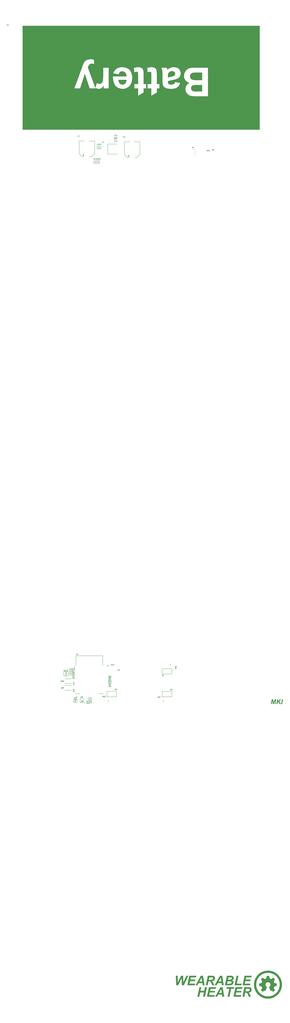
<source format=gto>
%FSTAX44Y44*%
%MOMM*%
%SFA1B1*%

%IPPOS*%
%ADD10C,1.499997*%
%ADD11C,0.250000*%
%ADD12C,0.399999*%
%ADD13C,0.100000*%
%ADD14C,0.180000*%
%ADD15C,0.200000*%
%ADD16C,0.150000*%
%ADD17C,0.499999*%
%ADD18C,0.253999*%
%LNpcb1-1*%
%LPD*%
G36*
X01345644Y-02152754D02*
X0134596D01*
Y-02153069*
Y-02153385*
X01346275*
Y-02153701*
Y-02154017*
Y-02154333*
Y-02154649*
Y-02154965*
X01346591*
Y-02155281*
Y-02155596*
Y-02155912*
Y-02156228*
Y-02156544*
Y-0215686*
X01346907*
Y-02157176*
Y-02157492*
Y-02157808*
Y-02158123*
Y-02158439*
X01347223*
Y-02158755*
Y-02159071*
Y-02159387*
Y-02159703*
Y-02160019*
X01347539*
Y-02160335*
Y-02160651*
Y-02160966*
Y-02161282*
Y-02161598*
Y-02161914*
X01347855*
Y-0216223*
Y-02162546*
Y-02162862*
Y-02163177*
Y-02163493*
X01348171*
Y-02163809*
Y-02164125*
Y-02164441*
Y-02164757*
Y-02165073*
Y-02165388*
X01348486*
Y-02165704*
Y-0216602*
Y-02166336*
Y-02166652*
Y-02166968*
X01348802*
Y-02167284*
Y-021676*
Y-02167915*
Y-02168231*
X01349118*
Y-02168547*
Y-02168863*
X01349434*
Y-02169179*
X01350382*
Y-02169495*
X01351013*
Y-02169811*
X01351961*
Y-02170127*
X01352593*
Y-02170442*
X01353225*
Y-02170758*
X01354172*
Y-02171074*
X01354804*
Y-0217139*
X01355752*
Y-02171706*
X01356383*
Y-02172022*
X01357331*
Y-02172338*
X01357963*
Y-02172654*
X0135891*
Y-0217297*
X01359542*
Y-02173285*
X01360805*
Y-0217297*
X01361437*
Y-02172654*
X01361753*
Y-02172338*
X01362385*
Y-02172022*
X01362701*
Y-02171706*
X01363017*
Y-0217139*
X01363648*
Y-02171074*
X01363964*
Y-02170758*
X01364596*
Y-02170442*
X01364912*
Y-02170127*
X01365543*
Y-02169811*
X01365859*
Y-02169495*
X01366491*
Y-02169179*
X01366807*
Y-02168863*
X01367439*
Y-02168547*
X01367755*
Y-02168231*
X01368386*
Y-02167915*
X01368702*
Y-021676*
X01369018*
Y-02167284*
X0136965*
Y-02166968*
X01369966*
Y-02166652*
X01370597*
Y-02166336*
X01370913*
Y-0216602*
X01371545*
Y-02165704*
X01371861*
Y-02165388*
X01372493*
Y-02165073*
X01372809*
Y-02164757*
X0137344*
Y-02164441*
X01374388*
Y-02164757*
X01374704*
Y-02165073*
X0137502*
Y-02165388*
X01375336*
Y-02165704*
X01375651*
Y-0216602*
X01375967*
Y-02166336*
X01376283*
Y-02166652*
X01376599*
Y-02166968*
X01376915*
Y-02167284*
X01377231*
Y-021676*
X01377547*
Y-02167915*
X01377862*
Y-02168231*
X01378178*
Y-02168547*
X01378494*
Y-02168863*
X0137881*
Y-02169179*
X01379126*
Y-02169495*
X01379442*
Y-02169811*
X01379758*
Y-02170127*
X01380074*
Y-02170442*
X01380389*
Y-02170758*
X01380705*
Y-02171074*
X01381021*
Y-0217139*
X01381337*
Y-02171706*
X01381653*
Y-02172022*
X01381969*
Y-02172338*
X01382285*
Y-02172654*
X01382601*
Y-0217297*
X01382916*
Y-02173285*
X01383232*
Y-02173601*
X01383548*
Y-02173917*
X01383864*
Y-02174233*
X0138418*
Y-02174549*
X01384496*
Y-02174865*
X01384812*
Y-0217518*
X01385128*
Y-02175496*
Y-02175812*
Y-02176128*
Y-02176444*
X01384812*
Y-0217676*
Y-02177076*
X01384496*
Y-02177392*
X0138418*
Y-02177707*
Y-02178023*
X01383864*
Y-02178339*
X01383548*
Y-02178655*
Y-02178971*
X01383232*
Y-02179287*
X01382916*
Y-02179603*
X01382601*
Y-02179919*
Y-02180234*
X01382285*
Y-0218055*
Y-02180866*
X01381969*
Y-02181182*
X01381653*
Y-02181498*
Y-02181814*
X01381337*
Y-0218213*
X01381021*
Y-02182445*
X01380705*
Y-02182761*
Y-02183077*
X01380389*
Y-02183393*
X01380074*
Y-02183709*
Y-02184025*
X01379758*
Y-02184341*
X01379442*
Y-02184657*
Y-02184972*
X01379126*
Y-02185289*
X0137881*
Y-02185604*
Y-0218592*
X01378494*
Y-02186236*
X01378178*
Y-02186552*
X01377862*
Y-02186868*
Y-02187184*
X01377547*
Y-02187499*
X01377231*
Y-02187815*
Y-02188131*
X01376915*
Y-02188447*
X01376599*
Y-02188763*
Y-02189079*
Y-02189395*
Y-02189711*
Y-02190026*
X01376915*
Y-02190342*
Y-02190658*
X01377231*
Y-02190974*
Y-0219129*
Y-02191606*
X01377547*
Y-02191922*
Y-02192238*
X01377862*
Y-02192553*
Y-02192869*
X01378178*
Y-02193185*
Y-02193501*
X01378494*
Y-02193817*
Y-02194133*
Y-02194449*
X0137881*
Y-02194764*
Y-0219508*
X01379126*
Y-02195396*
Y-02195712*
Y-02196028*
X01379442*
Y-02196344*
Y-0219666*
X01379758*
Y-02196976*
Y-02197291*
X01380074*
Y-02197608*
Y-02197923*
Y-02198239*
X01380389*
Y-02198555*
Y-02198871*
X01380705*
Y-02199187*
Y-02199503*
X01381021*
Y-02199818*
Y-02200134*
X01381337*
Y-0220045*
Y-02200766*
X01381969*
Y-02201082*
X01383864*
Y-02201398*
X01385443*
Y-02201714*
X01387339*
Y-0220203*
X01388918*
Y-02202345*
X01390497*
Y-02202661*
X01392393*
Y-02202977*
X01393972*
Y-02203293*
X01395551*
Y-02203609*
X01396815*
Y-02203925*
X01397131*
Y-02204241*
Y-02204557*
Y-02204872*
Y-02205188*
Y-02205504*
Y-0220582*
Y-02206136*
Y-02206452*
Y-02206768*
Y-02207084*
Y-02207399*
Y-02207715*
Y-02208031*
Y-02208347*
Y-02208663*
Y-02208979*
Y-02209295*
Y-02209611*
Y-02209927*
Y-02210242*
Y-02210558*
Y-02210874*
Y-0221119*
Y-02211506*
Y-02211822*
Y-02212138*
Y-02212453*
Y-02212769*
Y-02213085*
Y-02213401*
Y-02213717*
Y-02214033*
Y-02214349*
Y-02214664*
Y-0221498*
Y-02215296*
Y-02215612*
Y-02215928*
Y-02216244*
Y-0221656*
Y-02216876*
Y-02217191*
Y-02217507*
Y-02217823*
Y-02218139*
Y-02218455*
Y-02218771*
Y-02219087*
Y-02219403*
Y-02219718*
Y-02220034*
X01396499*
Y-0222035*
X0139492*
Y-02220666*
X0139334*
Y-02220982*
X01391445*
Y-02221298*
X0138955*
Y-02221614*
X0138797*
Y-0222193*
X01386391*
Y-02222246*
X01384812*
Y-02222561*
X01382916*
Y-02222877*
X01381969*
Y-02223193*
X01381653*
Y-02223509*
Y-02223825*
X01381337*
Y-02224141*
Y-02224457*
X01381021*
Y-02224772*
Y-02225088*
X01380705*
Y-02225404*
Y-0222572*
Y-02226036*
X01380389*
Y-02226352*
Y-02226668*
X01380074*
Y-02226983*
Y-02227299*
Y-02227615*
X01379758*
Y-02227931*
Y-02228247*
X01379442*
Y-02228563*
Y-02228879*
Y-02229195*
X01379126*
Y-0222951*
Y-02229826*
X0137881*
Y-02230142*
Y-02230458*
Y-02230774*
X01378494*
Y-0223109*
Y-02231406*
X01378178*
Y-02231722*
Y-02232037*
Y-02232353*
X01377862*
Y-02232669*
Y-02232985*
X01377547*
Y-02233301*
Y-02233617*
Y-02233933*
X01377231*
Y-02234249*
Y-02234565*
X01376915*
Y-0223488*
Y-02235196*
Y-02235512*
Y-02235828*
X01377231*
Y-02236144*
X01377547*
Y-0223646*
Y-02236775*
X01377862*
Y-02237091*
X01378178*
Y-02237407*
Y-02237723*
X01378494*
Y-02238039*
X0137881*
Y-02238355*
X01379126*
Y-02238671*
Y-02238987*
X01379442*
Y-02239302*
X01379758*
Y-02239618*
Y-02239934*
X01380074*
Y-0224025*
X01380389*
Y-02240566*
Y-02240882*
X01380705*
Y-02241198*
X01381021*
Y-02241514*
Y-02241829*
X01381337*
Y-02242145*
X01381653*
Y-02242461*
Y-02242777*
X01381969*
Y-02243093*
X01382285*
Y-02243409*
Y-02243725*
X01382601*
Y-0224404*
X01382916*
Y-02244356*
X01383232*
Y-02244672*
Y-02244988*
X01383548*
Y-02245304*
X01383864*
Y-0224562*
Y-02245936*
X0138418*
Y-02246252*
X01384496*
Y-02246567*
Y-02246884*
X01384812*
Y-02247199*
X01385128*
Y-02247515*
Y-02247831*
Y-02248147*
Y-02248463*
Y-02248779*
X01384812*
Y-02249094*
X01384496*
Y-0224941*
X0138418*
Y-02249726*
X01383864*
Y-02250042*
X01383548*
Y-02250358*
X01383232*
Y-02250674*
X01382916*
Y-0225099*
X01382601*
Y-02251306*
X01382285*
Y-02251621*
X01381969*
Y-02251937*
X01381653*
Y-02252253*
X01381337*
Y-02252569*
X01381021*
Y-02252885*
X01380705*
Y-02253201*
X01380389*
Y-02253517*
X01380074*
Y-02253833*
X01379758*
Y-02254148*
X01379442*
Y-02254464*
X01379126*
Y-0225478*
X0137881*
Y-02255096*
X01378494*
Y-02255412*
X01378178*
Y-02255728*
X01377862*
Y-02256044*
X01377547*
Y-02256359*
X01377231*
Y-02256675*
X01376915*
Y-02256991*
X01376599*
Y-02257307*
X01376283*
Y-02257623*
X01375967*
Y-02257939*
X01375651*
Y-02258255*
X01375336*
Y-02258571*
X0137502*
Y-02258886*
X01374704*
Y-02259203*
X01374072*
Y-02259518*
X01373756*
Y-02259203*
X01373124*
Y-02258886*
X01372493*
Y-02258571*
X01372177*
Y-02258255*
X01371545*
Y-02257939*
X01371229*
Y-02257623*
X01370913*
Y-02257307*
X01370282*
Y-02256991*
X01369966*
Y-02256675*
X01369334*
Y-02256359*
X01369018*
Y-02256044*
X01368386*
Y-02255728*
X0136807*
Y-02255412*
X01367439*
Y-02255096*
X01367123*
Y-0225478*
X01366491*
Y-02254464*
X01366175*
Y-02254148*
X01365543*
Y-02253833*
X01365228*
Y-02253517*
X01364912*
Y-02253201*
X0136428*
Y-02252885*
X01363964*
Y-02252569*
X01363332*
Y-02252253*
X01363017*
Y-02251937*
X01362385*
Y-02251621*
X01362069*
Y-02251306*
X0136049*
Y-02251621*
X01360174*
Y-02251937*
X01359542*
Y-02252253*
X0135891*
Y-02252569*
X01358279*
Y-02252885*
X01357647*
Y-02253201*
X01357015*
Y-02253517*
X01356383*
Y-02253833*
X01355752*
Y-02254148*
X0135512*
Y-02253833*
X01354804*
Y-02253517*
Y-02253201*
X01354488*
Y-02252885*
Y-02252569*
X01354172*
Y-02252253*
Y-02251937*
Y-02251621*
X01353856*
Y-02251306*
Y-0225099*
X0135354*
Y-02250674*
Y-02250358*
X01353225*
Y-02250042*
Y-02249726*
Y-0224941*
X01352909*
Y-02249094*
Y-02248779*
X01352593*
Y-02248463*
Y-02248147*
Y-02247831*
X01352277*
Y-02247515*
Y-02247199*
X01351961*
Y-02246884*
Y-02246567*
Y-02246252*
X01351645*
Y-02245936*
Y-0224562*
X01351329*
Y-02245304*
Y-02244988*
X01351013*
Y-02244672*
Y-02244356*
Y-0224404*
X01350698*
Y-02243725*
Y-02243409*
X01350382*
Y-02243093*
Y-02242777*
Y-02242461*
X01350066*
Y-02242145*
Y-02241829*
X0134975*
Y-02241514*
Y-02241198*
X01349434*
Y-02240882*
Y-02240566*
Y-0224025*
X01349118*
Y-02239934*
Y-02239618*
X01348802*
Y-02239302*
Y-02238987*
Y-02238671*
X01348486*
Y-02238355*
Y-02238039*
X01348171*
Y-02237723*
Y-02237407*
X01347855*
Y-02237091*
Y-02236775*
Y-0223646*
X01347539*
Y-02236144*
Y-02235828*
Y-02235512*
X01347223*
Y-02235196*
Y-0223488*
X01346907*
Y-02234565*
Y-02234249*
X01346591*
Y-02233933*
Y-02233617*
Y-02233301*
X01346275*
Y-02232985*
Y-02232669*
X0134596*
Y-02232353*
Y-02232037*
X01345644*
Y-02231722*
Y-02231406*
Y-0223109*
X01345328*
Y-02230774*
Y-02230458*
X01345012*
Y-02230142*
Y-02229826*
Y-0222951*
X01344696*
Y-02229195*
Y-02228879*
X0134438*
Y-02228563*
Y-02228247*
Y-02227931*
Y-02227615*
X01344696*
Y-02227299*
X01345012*
Y-02226983*
X01345644*
Y-02226668*
X0134596*
Y-02226352*
X01346591*
Y-02226036*
X01346907*
Y-0222572*
X01347223*
Y-02225404*
X01347855*
Y-02225088*
X01348171*
Y-02224772*
X01348486*
Y-02224457*
X01348802*
Y-02224141*
X01349118*
Y-02223825*
X01349434*
Y-02223509*
X0134975*
Y-02223193*
X01350066*
Y-02222877*
X01350382*
Y-02222561*
X01350698*
Y-02222246*
X01351013*
Y-0222193*
X01351329*
Y-02221614*
Y-02221298*
X01351645*
Y-02220982*
X01351961*
Y-02220666*
Y-0222035*
X01352277*
Y-02220034*
Y-02219718*
X01352593*
Y-02219403*
Y-02219087*
X01352909*
Y-02218771*
Y-02218455*
X01353225*
Y-02218139*
Y-02217823*
Y-02217507*
X0135354*
Y-02217191*
Y-02216876*
Y-0221656*
X01353856*
Y-02216244*
Y-02215928*
Y-02215612*
Y-02215296*
X01354172*
Y-0221498*
Y-02214664*
Y-02214349*
Y-02214033*
Y-02213717*
Y-02213401*
Y-02213085*
Y-02212769*
X01354488*
Y-02212453*
Y-02212138*
Y-02211822*
Y-02211506*
Y-0221119*
Y-02210874*
X01354172*
Y-02210558*
Y-02210242*
Y-02209927*
Y-02209611*
Y-02209295*
Y-02208979*
Y-02208663*
X01353856*
Y-02208347*
Y-02208031*
Y-02207715*
Y-02207399*
X0135354*
Y-02207084*
Y-02206768*
Y-02206452*
X01353225*
Y-02206136*
Y-0220582*
Y-02205504*
X01352909*
Y-02205188*
Y-02204872*
X01352593*
Y-02204557*
Y-02204241*
X01352277*
Y-02203925*
Y-02203609*
X01351961*
Y-02203293*
Y-02202977*
X01351645*
Y-02202661*
X01351329*
Y-02202345*
X01351013*
Y-0220203*
Y-02201714*
X01350698*
Y-02201398*
X01350382*
Y-02201082*
X01350066*
Y-02200766*
X0134975*
Y-0220045*
X01349434*
Y-02200134*
X01349118*
Y-02199818*
X01348802*
Y-02199503*
X01348486*
Y-02199187*
X01348171*
Y-02198871*
X01347855*
Y-02198555*
X01347223*
Y-02198239*
X01346907*
Y-02197923*
X01346275*
Y-02197608*
X01345644*
Y-02197291*
X01345012*
Y-02196976*
X0134438*
Y-0219666*
X01343748*
Y-02196344*
X01342801*
Y-02196028*
X01341537*
Y-02195712*
X01339958*
Y-02195396*
X01335536*
Y-02195712*
X01333956*
Y-02196028*
X01332693*
Y-02196344*
X01331745*
Y-0219666*
X01331114*
Y-02196976*
X01330482*
Y-02197291*
X0132985*
Y-02197608*
X01329218*
Y-02197923*
X01328586*
Y-02198239*
X01328271*
Y-02198555*
X01327955*
Y-02198871*
X01327323*
Y-02199187*
X01327007*
Y-02199503*
X01326691*
Y-02199818*
X01326375*
Y-02200134*
X0132606*
Y-0220045*
X01325744*
Y-02200766*
X01325428*
Y-02201082*
X01325112*
Y-02201398*
X01324796*
Y-02201714*
X0132448*
Y-0220203*
Y-02202345*
X01324164*
Y-02202661*
X01323848*
Y-02202977*
Y-02203293*
X01323533*
Y-02203609*
X01323217*
Y-02203925*
Y-02204241*
X01322901*
Y-02204557*
Y-02204872*
X01322585*
Y-02205188*
Y-02205504*
X01322269*
Y-0220582*
Y-02206136*
Y-02206452*
X01321953*
Y-02206768*
Y-02207084*
Y-02207399*
X01321637*
Y-02207715*
Y-02208031*
Y-02208347*
Y-02208663*
X01321321*
Y-02208979*
Y-02209295*
Y-02209611*
Y-02209927*
Y-02210242*
Y-02210558*
Y-02210874*
Y-0221119*
Y-02211506*
Y-02211822*
Y-02212138*
Y-02212453*
Y-02212769*
Y-02213085*
Y-02213401*
Y-02213717*
Y-02214033*
Y-02214349*
Y-02214664*
Y-0221498*
X01321637*
Y-02215296*
Y-02215612*
Y-02215928*
Y-02216244*
Y-0221656*
X01321953*
Y-02216876*
Y-02217191*
Y-02217507*
X01322269*
Y-02217823*
Y-02218139*
Y-02218455*
X01322585*
Y-02218771*
Y-02219087*
X01322901*
Y-02219403*
Y-02219718*
X01323217*
Y-02220034*
Y-0222035*
X01323533*
Y-02220666*
X01323848*
Y-02220982*
Y-02221298*
X01324164*
Y-02221614*
X0132448*
Y-0222193*
Y-02222246*
X01324796*
Y-02222561*
X01325112*
Y-02222877*
X01325428*
Y-02223193*
X01325744*
Y-02223509*
X0132606*
Y-02223825*
X01326375*
Y-02224141*
X01326691*
Y-02224457*
X01327007*
Y-02224772*
X01327323*
Y-02225088*
X01327955*
Y-02225404*
X01328271*
Y-0222572*
X01328586*
Y-02226036*
X01329218*
Y-02226352*
X01329534*
Y-02226668*
X0132985*
Y-02226983*
X01330482*
Y-02227299*
X01330798*
Y-02227615*
X01331114*
Y-02227931*
Y-02228247*
Y-02228563*
Y-02228879*
X01330798*
Y-02229195*
Y-0222951*
Y-02229826*
X01330482*
Y-02230142*
Y-02230458*
X01330166*
Y-02230774*
Y-0223109*
X0132985*
Y-02231406*
Y-02231722*
Y-02232037*
X01329534*
Y-02232353*
Y-02232669*
X01329218*
Y-02232985*
Y-02233301*
Y-02233617*
X01328902*
Y-02233933*
Y-02234249*
X01328586*
Y-02234565*
Y-0223488*
Y-02235196*
X01328271*
Y-02235512*
Y-02235828*
X01327955*
Y-02236144*
Y-0223646*
Y-02236775*
X01327639*
Y-02237091*
Y-02237407*
X01327323*
Y-02237723*
Y-02238039*
X01327007*
Y-02238355*
Y-02238671*
Y-02238987*
X01326691*
Y-02239302*
Y-02239618*
X01326375*
Y-02239934*
Y-0224025*
Y-02240566*
X0132606*
Y-02240882*
Y-02241198*
X01325744*
Y-02241514*
Y-02241829*
X01325428*
Y-02242145*
Y-02242461*
Y-02242777*
X01325112*
Y-02243093*
Y-02243409*
X01324796*
Y-02243725*
Y-0224404*
Y-02244356*
X0132448*
Y-02244672*
Y-02244988*
X01324164*
Y-02245304*
Y-0224562*
Y-02245936*
X01323848*
Y-02246252*
Y-02246567*
X01323533*
Y-02246884*
Y-02247199*
X01323217*
Y-02247515*
Y-02247831*
Y-02248147*
X01322901*
Y-02248463*
Y-02248779*
X01322585*
Y-02249094*
Y-0224941*
X01322269*
Y-02249726*
Y-02250042*
Y-02250358*
X01321953*
Y-02250674*
Y-0225099*
X01321637*
Y-02251306*
Y-02251621*
Y-02251937*
X01321321*
Y-02252253*
Y-02252569*
X01321006*
Y-02252885*
Y-02253201*
Y-02253517*
X0132069*
Y-02253833*
X01320374*
Y-02254148*
X01319742*
Y-02253833*
X0131911*
Y-02253517*
X01318479*
Y-02253201*
X01317847*
Y-02252885*
X01317215*
Y-02252569*
X01316583*
Y-02252253*
X01315952*
Y-02251937*
X01315636*
Y-02251621*
X01315004*
Y-02251306*
X01313425*
Y-02251621*
X01313109*
Y-02251937*
X01312793*
Y-02252253*
X01312161*
Y-02252569*
X01311845*
Y-02252885*
X01311214*
Y-02253201*
X01310898*
Y-02253517*
X01310266*
Y-02253833*
X0130995*
Y-02254148*
X01309318*
Y-02254464*
X01309002*
Y-0225478*
X01308371*
Y-02255096*
X01308055*
Y-02255412*
X01307423*
Y-02255728*
X01307107*
Y-02256044*
X01306475*
Y-02256359*
X0130616*
Y-02256675*
X01305528*
Y-02256991*
X01305212*
Y-02257307*
X01304896*
Y-02257623*
X01304264*
Y-02257939*
X01303948*
Y-02258255*
X01303317*
Y-02258571*
X01303001*
Y-02258886*
X01302369*
Y-02259203*
X01302053*
Y-02259518*
X01301422*
Y-02259203*
X0130079*
Y-02258886*
X01300474*
Y-02258571*
X01300158*
Y-02258255*
X01299842*
Y-02257939*
X01299526*
Y-02257623*
X0129921*
Y-02257307*
X01298895*
Y-02256991*
X01298579*
Y-02256675*
X01298263*
Y-02256359*
X01297947*
Y-02256044*
X01297631*
Y-02255728*
X01297315*
Y-02255412*
X01296999*
Y-02255096*
X01296684*
Y-0225478*
X01296368*
Y-02254464*
X01296052*
Y-02254148*
X01295736*
Y-02253833*
X0129542*
Y-02253517*
X01295104*
Y-02253201*
X01294788*
Y-02252885*
X01294472*
Y-02252569*
X01294157*
Y-02252253*
X01293841*
Y-02251937*
X01293525*
Y-02251621*
X01293209*
Y-02251306*
X01292893*
Y-0225099*
X01292577*
Y-02250674*
X01292261*
Y-02250358*
X01291945*
Y-02250042*
X0129163*
Y-02249726*
X01291314*
Y-0224941*
X01290998*
Y-02249094*
X01290682*
Y-02248779*
X01290366*
Y-02248463*
Y-02248147*
Y-02247831*
Y-02247515*
Y-02247199*
X01290682*
Y-02246884*
X01290998*
Y-02246567*
Y-02246252*
X01291314*
Y-02245936*
X0129163*
Y-0224562*
X01291945*
Y-02245304*
Y-02244988*
X01292261*
Y-02244672*
X01292577*
Y-02244356*
Y-0224404*
X01292893*
Y-02243725*
X01293209*
Y-02243409*
Y-02243093*
X01293525*
Y-02242777*
X01293841*
Y-02242461*
Y-02242145*
X01294157*
Y-02241829*
X01294472*
Y-02241514*
X01294788*
Y-02241198*
Y-02240882*
X01295104*
Y-02240566*
X0129542*
Y-0224025*
Y-02239934*
X01295736*
Y-02239618*
X01296052*
Y-02239302*
Y-02238987*
X01296368*
Y-02238671*
X01296684*
Y-02238355*
Y-02238039*
X01296999*
Y-02237723*
X01297315*
Y-02237407*
Y-02237091*
X01297631*
Y-02236775*
X01297947*
Y-0223646*
Y-02236144*
X01298263*
Y-02235828*
X01298579*
Y-02235512*
Y-02235196*
Y-0223488*
Y-02234565*
X01298263*
Y-02234249*
Y-02233933*
Y-02233617*
X01297947*
Y-02233301*
Y-02232985*
X01297631*
Y-02232669*
Y-02232353*
Y-02232037*
X01297315*
Y-02231722*
Y-02231406*
X01296999*
Y-0223109*
Y-02230774*
Y-02230458*
X01296684*
Y-02230142*
Y-02229826*
X01296368*
Y-0222951*
Y-02229195*
Y-02228879*
X01296052*
Y-02228563*
Y-02228247*
X01295736*
Y-02227931*
Y-02227615*
Y-02227299*
X0129542*
Y-02226983*
Y-02226668*
X01295104*
Y-02226352*
Y-02226036*
Y-0222572*
X01294788*
Y-02225404*
Y-02225088*
X01294472*
Y-02224772*
Y-02224457*
Y-02224141*
X01294157*
Y-02223825*
Y-02223509*
X01293841*
Y-02223193*
X01293525*
Y-02222877*
X01292577*
Y-02222561*
X01290998*
Y-02222246*
X01289103*
Y-0222193*
X01287523*
Y-02221614*
X01285944*
Y-02221298*
X01284049*
Y-02220982*
X01282153*
Y-02220666*
X01280574*
Y-0222035*
X01278995*
Y-02220034*
X01278679*
Y-02219718*
X01278363*
Y-02219403*
Y-02219087*
Y-02218771*
Y-02218455*
Y-02218139*
Y-02217823*
Y-02217507*
Y-02217191*
Y-02216876*
Y-0221656*
Y-02216244*
Y-02215928*
Y-02215612*
Y-02215296*
Y-0221498*
Y-02214664*
Y-02214349*
Y-02214033*
Y-02213717*
Y-02213401*
Y-02213085*
Y-02212769*
Y-02212453*
Y-02212138*
Y-02211822*
Y-02211506*
Y-0221119*
Y-02210874*
Y-02210558*
Y-02210242*
Y-02209927*
Y-02209611*
Y-02209295*
Y-02208979*
Y-02208663*
Y-02208347*
Y-02208031*
Y-02207715*
Y-02207399*
Y-02207084*
Y-02206768*
Y-02206452*
Y-02206136*
Y-0220582*
Y-02205504*
Y-02205188*
Y-02204872*
Y-02204557*
Y-02204241*
Y-02203925*
X01278679*
Y-02203609*
X01279942*
Y-02203293*
X01281522*
Y-02202977*
X01283101*
Y-02202661*
X01284996*
Y-02202345*
X01286576*
Y-0220203*
X01288471*
Y-02201714*
X0129005*
Y-02201398*
X0129163*
Y-02201082*
X01293525*
Y-02200766*
X01294157*
Y-0220045*
X01294472*
Y-02200134*
Y-02199818*
X01294788*
Y-02199503*
Y-02199187*
Y-02198871*
X01295104*
Y-02198555*
Y-02198239*
X0129542*
Y-02197923*
Y-02197608*
X01295736*
Y-02197291*
Y-02196976*
Y-0219666*
X01296052*
Y-02196344*
Y-02196028*
X01296368*
Y-02195712*
Y-02195396*
X01296684*
Y-0219508*
Y-02194764*
Y-02194449*
X01296999*
Y-02194133*
Y-02193817*
X01297315*
Y-02193501*
Y-02193185*
X01297631*
Y-02192869*
Y-02192553*
X01297947*
Y-02192238*
Y-02191922*
Y-02191606*
X01298263*
Y-0219129*
Y-02190974*
X01298579*
Y-02190658*
Y-02190342*
Y-02190026*
X01298895*
Y-02189711*
Y-02189395*
Y-02189079*
Y-02188763*
Y-02188447*
X01298579*
Y-02188131*
X01298263*
Y-02187815*
Y-02187499*
X01297947*
Y-02187184*
X01297631*
Y-02186868*
Y-02186552*
X01297315*
Y-02186236*
X01296999*
Y-0218592*
Y-02185604*
X01296684*
Y-02185289*
X01296368*
Y-02184972*
Y-02184657*
X01296052*
Y-02184341*
X01295736*
Y-02184025*
Y-02183709*
X0129542*
Y-02183393*
X01295104*
Y-02183077*
Y-02182761*
X01294788*
Y-02182445*
X01294472*
Y-0218213*
X01294157*
Y-02181814*
Y-02181498*
X01293841*
Y-02181182*
X01293525*
Y-02180866*
Y-0218055*
X01293209*
Y-02180234*
X01292893*
Y-02179919*
Y-02179603*
X01292577*
Y-02179287*
X01292261*
Y-02178971*
Y-02178655*
X01291945*
Y-02178339*
X0129163*
Y-02178023*
Y-02177707*
X01291314*
Y-02177392*
X01290998*
Y-02177076*
X01290682*
Y-0217676*
Y-02176444*
X01290366*
Y-02176128*
Y-02175812*
Y-02175496*
Y-0217518*
X01290682*
Y-02174865*
X01290998*
Y-02174549*
X01291314*
Y-02174233*
X0129163*
Y-02173917*
X01291945*
Y-02173601*
X01292261*
Y-02173285*
X01292577*
Y-0217297*
X01292893*
Y-02172654*
X01293209*
Y-02172338*
X01293525*
Y-02172022*
X01293841*
Y-02171706*
X01294157*
Y-0217139*
X01294472*
Y-02171074*
X01294788*
Y-02170758*
X01295104*
Y-02170442*
X0129542*
Y-02170127*
X01295736*
Y-02169811*
X01296052*
Y-02169495*
X01296368*
Y-02169179*
X01296684*
Y-02168863*
X01296999*
Y-02168547*
X01297315*
Y-02168231*
X01297631*
Y-02167915*
X01297947*
Y-021676*
X01298263*
Y-02167284*
X01298579*
Y-02166968*
X01298895*
Y-02166652*
X0129921*
Y-02166336*
X01299526*
Y-0216602*
X01299842*
Y-02165704*
X01300158*
Y-02165388*
X01300474*
Y-02165073*
X0130079*
Y-02164757*
X01301106*
Y-02164441*
X01302369*
Y-02164757*
X01302685*
Y-02165073*
X01303317*
Y-02165388*
X01303633*
Y-02165704*
X01303948*
Y-0216602*
X0130458*
Y-02166336*
X01304896*
Y-02166652*
X01305528*
Y-02166968*
X01305844*
Y-02167284*
X01306475*
Y-021676*
X01306791*
Y-02167915*
X01307423*
Y-02168231*
X01307739*
Y-02168547*
X01308371*
Y-02168863*
X01308687*
Y-02169179*
X01309002*
Y-02169495*
X01309634*
Y-02169811*
X0130995*
Y-02170127*
X01310582*
Y-02170442*
X01310898*
Y-02170758*
X01311529*
Y-02171074*
X01311845*
Y-0217139*
X01312477*
Y-02171706*
X01312793*
Y-02172022*
X01313425*
Y-02172338*
X01313741*
Y-02172654*
X01314056*
Y-0217297*
X01314688*
Y-02173285*
X01315952*
Y-0217297*
X01316899*
Y-02172654*
X01317531*
Y-02172338*
X01318163*
Y-02172022*
X0131911*
Y-02171706*
X01319742*
Y-0217139*
X0132069*
Y-02171074*
X01321321*
Y-02170758*
X01322269*
Y-02170442*
X01322901*
Y-02170127*
X01323848*
Y-02169811*
X0132448*
Y-02169495*
X01325428*
Y-02169179*
X0132606*
Y-02168863*
X01326375*
Y-02168547*
X01326691*
Y-02168231*
Y-02167915*
Y-021676*
Y-02167284*
X01327007*
Y-02166968*
Y-02166652*
Y-02166336*
Y-0216602*
Y-02165704*
X01327323*
Y-02165388*
Y-02165073*
Y-02164757*
Y-02164441*
Y-02164125*
Y-02163809*
X01327639*
Y-02163493*
Y-02163177*
Y-02162862*
Y-02162546*
Y-0216223*
X01327955*
Y-02161914*
Y-02161598*
Y-02161282*
Y-02160966*
Y-02160651*
X01328271*
Y-02160335*
Y-02160019*
Y-02159703*
Y-02159387*
Y-02159071*
Y-02158755*
X01328586*
Y-02158439*
Y-02158123*
Y-02157808*
Y-02157492*
Y-02157176*
X01328902*
Y-0215686*
Y-02156544*
Y-02156228*
Y-02155912*
Y-02155596*
X01329218*
Y-02155281*
Y-02154965*
Y-02154649*
Y-02154333*
Y-02154017*
Y-02153701*
X01329534*
Y-02153385*
Y-02153069*
Y-02152754*
X0132985*
Y-02152438*
X01345644*
Y-02152754*
G37*
G36*
X01008207Y03399488D02*
Y03399687D01*
X01008055Y03400055*
X01007774Y03400336*
X01007406Y03400488*
X01007207*
X01007008*
X01006641Y03400336*
X01006359Y03400055*
X01006207Y03399687*
Y03399488*
Y03399289*
X01006359Y03398922*
X01006641Y0339864*
X01007008Y03398488*
X01007207*
X01007406*
X01007774Y0339864*
X01008055Y03398922*
X01008207Y03399289*
Y03399488*
G37*
G36*
X01414108Y-00302237D02*
X01424653Y-00321716D01*
X01417183*
X01409275Y-00306435*
X01402977Y-00312001*
X01400927Y-00321716*
X01394385*
X01401024Y-00289642*
X01407615*
X01404783Y-0030336*
X01419624Y-00289642*
X0142846*
X01414108Y-00302237*
G37*
G36*
X01387892Y-00321716D02*
X01381936D01*
X01387453Y-00295158*
X0137559Y-00321716*
X01369341*
X01368169Y-00294963*
X01363092Y-00321716*
X01357136*
X01363824Y-00289642*
X01373198*
X01374223Y-00311659*
X01384231Y-00289642*
X01393701*
X01387892Y-00321716*
G37*
G36*
X01433049D02*
X01426508D01*
X01433147Y-00289642*
X01439738*
X01433049Y-00321716*
G37*
G36*
X01282158Y03546749D02*
X-0031784D01*
Y04246749*
X01282158*
Y03546749*
G37*
G36*
X00770068Y-02215389D02*
X00756692D01*
X00755228Y-02168523*
X00731892Y-02215389*
X00718321*
X0071588Y-02151241*
X00728768*
X00729353Y-02196154*
X00751517Y-02151241*
X00765675*
X00767139Y-02195666*
X00788229Y-02151241*
X0080102*
X00770068Y-02215389*
G37*
G36*
X01225353Y-02161981D02*
X01190984D01*
X01187762Y-02176529*
X01221154*
X01218909Y-02187269*
X01185419*
X01181709Y-02204649*
X01219006*
X0121676Y-02215389*
X01166672*
X01179951Y-02151241*
X01227598*
X01225353Y-02161981*
G37*
G36*
X01127617Y-02204649D02*
X01160326D01*
X0115808Y-02215389*
X01112288*
X01125567Y-02151241*
X01138748*
X01127617Y-02204649*
G37*
G36*
X01086414Y-02151339D02*
X01088074D01*
X01089734Y-02151436*
X01091198Y-02151534*
X01091882Y-02151631*
X01092468Y-02151729*
X01092663*
X01093249Y-02151827*
X01094128Y-02152022*
X01095202Y-02152315*
X01096471Y-02152705*
X01097838Y-02153096*
X01099205Y-02153682*
X01100474Y-02154365*
X01100669Y-02154463*
X0110106Y-02154756*
X01101646Y-02155146*
X01102329Y-02155732*
X0110311Y-02156513*
X01103989Y-02157392*
X0110477Y-02158466*
X01105454Y-02159638*
X01105551Y-02159735*
X01105747Y-02160223*
X01106039Y-02160907*
X01106332Y-02161786*
X01106625Y-0216286*
X01106918Y-02164031*
X01107113Y-02165398*
X01107211Y-02166863*
Y-02166961*
Y-02167058*
Y-02167351*
Y-02167742*
X01107016Y-02168718*
X01106821Y-02169987*
X0110643Y-02171452*
X01105942Y-02173014*
X01105161Y-02174576*
X01104184Y-02176138*
X01104087Y-02176334*
X01103598Y-02176822*
X01102915Y-02177505*
X01101939Y-02178384*
X01100669Y-02179263*
X01099107Y-02180337*
X01097252Y-02181216*
X01095104Y-02182094*
X01095202*
X01095299Y-02182192*
X01095885Y-02182387*
X01096764Y-0218268*
X01097935Y-02183168*
X01099107Y-02183852*
X01100376Y-0218473*
X01101646Y-02185707*
X0110272Y-02186976*
X01102817Y-02187172*
X01103208Y-02187562*
X01103598Y-02188245*
X01104184Y-02189222*
X01104672Y-02190393*
X01105161Y-02191663*
X01105454Y-02193225*
X01105551Y-02194787*
Y-02194885*
Y-0219508*
Y-02195373*
Y-02195764*
X01105454Y-02196252*
X01105356Y-02196838*
X01105161Y-02198302*
X0110477Y-02199962*
X01104184Y-02201817*
X01103306Y-0220377*
X01102233Y-02205723*
Y-0220582*
X01102036Y-02205918*
X01101646Y-02206601*
X01100865Y-0220748*
X01099888Y-02208554*
X01098521Y-02209823*
X01096959Y-02210995*
X01095202Y-02212167*
X01093151Y-02213143*
X01093054*
X01092858Y-02213241*
X01092565Y-02213338*
X01092077Y-02213534*
X01091491Y-02213631*
X01090808Y-02213827*
X01089929Y-02214022*
X01089051Y-02214217*
X01087977Y-0221451*
X01086805Y-02214705*
X01085535Y-02214901*
X01084072Y-02214998*
X01082606Y-02215194*
X01080946Y-02215291*
X01079287Y-02215389*
X01047262*
X0106054Y-02151241*
X0108495*
X01086414Y-02151339*
G37*
G36*
X01039255Y-02215389D02*
X01026758D01*
X0102461Y-02201231*
X00999224*
X00991511Y-02215389*
X00977841*
X01013968Y-02151241*
X01028906*
X01039255Y-02215389*
G37*
G36*
X0096261Y-02151339D02*
X0096427Y-02151436D01*
X00966125Y-02151631*
X0096798Y-02151924*
X00969835Y-02152315*
X00971495Y-02152803*
X0097169Y-02152901*
X00972178Y-02153096*
X00972959Y-02153487*
X00973838Y-02154072*
X00974912Y-02154756*
X00975986Y-02155732*
X00977158Y-02156904*
X00978134Y-02158368*
X00978232Y-02158564*
X00978525Y-02159052*
X00978916Y-02159931*
X00979403Y-02161102*
X00979892Y-02162469*
X00980282Y-02164129*
X00980575Y-02166082*
X00980673Y-02168132*
Y-0216823*
Y-02168523*
Y-02168913*
X00980575Y-02169499*
Y-02170183*
X0098038Y-02170964*
X00980087Y-02172819*
X00979501Y-02174967*
X00978622Y-02177212*
X00978036Y-02178384*
X00977451Y-02179458*
X0097667Y-02180532*
X00975791Y-02181606*
X00975693Y-02181704*
X00975596Y-02181801*
X00975303Y-02182094*
X00974912Y-02182485*
X00974326Y-02182876*
X00973741Y-02183364*
X00972959Y-02183852*
X00972081Y-02184438*
X00971104Y-02184926*
X0097003Y-02185512*
X00968761Y-02186097*
X00967492Y-02186586*
X00966027Y-02187074*
X00964465Y-02187464*
X00962805Y-02187855*
X0096095Y-02188148*
X00961048Y-02188245*
X0096134Y-02188538*
X00961829Y-02189124*
X00962512Y-02189808*
X00963196Y-02190687*
X00964074Y-02191663*
X00964855Y-02192835*
X00965734Y-02194201*
X00965832Y-02194299*
X00965929Y-02194592*
X00966222Y-02194983*
X00966515Y-02195568*
X00966906Y-02196349*
X00967394Y-02197326*
X0096798Y-021984*
X00968663Y-02199669*
X00969347Y-02201134*
X0097003Y-02202696*
X00970909Y-02204453*
X00971788Y-02206309*
X00972666Y-02208359*
X00973643Y-02210507*
X00974619Y-0221285*
X00975596Y-02215389*
X00961438*
Y-02215291*
X0096134Y-02215096*
X00961243Y-02214803*
X00961048Y-02214412*
X00960852Y-02213827*
X00960657Y-02213046*
X00960266Y-02212264*
X00959974Y-02211288*
X00959485Y-02210116*
X00958997Y-02208945*
X00958509Y-0220748*
X00957826Y-02206016*
X00957142Y-02204356*
X00956459Y-02202501*
X0095558Y-02200548*
X00954701Y-02198498*
Y-021984*
X00954603Y-02198205*
X00954408Y-02197912*
X00954213Y-02197521*
X00953725Y-02196447*
X00952944Y-0219508*
X00952065Y-02193713*
X00951088Y-02192346*
X00950014Y-02191077*
X0094894Y-02190101*
X00948843Y-02190003*
X0094855Y-02189905*
X00948062Y-0218971*
X00947378Y-02189417*
X009465Y-02189222*
X00945328Y-02189027*
X00943961Y-02188929*
X00942301Y-02188831*
X00936931*
X00931366Y-02215389*
X00918282*
X00931561Y-02151241*
X00961926*
X0096261Y-02151339*
G37*
G36*
X00909983Y-02215389D02*
X00897485D01*
X00895338Y-02201231*
X00869952*
X00862238Y-02215389*
X00848569*
X00884695Y-02151241*
X00899633*
X00909983Y-02215389*
G37*
G36*
X00852377Y-02161981D02*
X00818008D01*
X00814786Y-02176529*
X00848178*
X00845933Y-02187269*
X00812443*
X00808733Y-02204649*
X0084603*
X00843785Y-02215389*
X00793697*
X00806975Y-02151241*
X00854623*
X00852377Y-02161981*
G37*
G36*
X00912717Y-02292366D02*
X00899633D01*
X00905589Y-02263758*
X00880692*
X00874736Y-02292366*
X00861653*
X00874931Y-02228218*
X00888112*
X00882938Y-02253018*
X00907737*
X00912912Y-02228218*
X00926093*
X00912717Y-02292366*
G37*
G36*
X01209535Y-02228316D02*
X01211195Y-02228414D01*
X0121305Y-02228609*
X01214905Y-02228902*
X0121676Y-02229292*
X0121842Y-0222978*
X01218615Y-02229878*
X01219104Y-02230073*
X01219885Y-02230464*
X01220764Y-0223105*
X01221838Y-02231733*
X01222912Y-0223271*
X01224083Y-02233881*
X0122506Y-02235346*
X01225157Y-02235541*
X0122545Y-02236029*
X01225841Y-02236908*
X01226329Y-0223808*
X01226817Y-02239447*
X01227208Y-02241106*
X01227501Y-02243059*
X01227598Y-0224511*
Y-02245207*
Y-022455*
Y-02245891*
X01227501Y-02246477*
Y-0224716*
X01227305Y-02247941*
X01227012Y-02249796*
X01226427Y-02251944*
X01225548Y-0225419*
X01224962Y-02255362*
X01224376Y-02256436*
X01223595Y-0225751*
X01222716Y-02258584*
X01222619Y-02258681*
X01222521Y-02258779*
X01222228Y-02259072*
X01221838Y-02259462*
X01221252Y-02259853*
X01220666Y-02260341*
X01219885Y-02260829*
X01219006Y-02261415*
X0121803Y-02261903*
X01216956Y-02262489*
X01215686Y-02263075*
X01214417Y-02263563*
X01212953Y-02264051*
X0121139Y-02264442*
X01209731Y-02264832*
X01207875Y-02265125*
X01207973Y-02265223*
X01208266Y-02265516*
X01208754Y-02266102*
X01209438Y-02266785*
X01210121Y-02267664*
X01211Y-0226864*
X01211781Y-02269812*
X0121266Y-02271179*
X01212757Y-02271276*
X01212855Y-02271569*
X01213148Y-0227196*
X01213441Y-02272546*
X01213831Y-02273327*
X0121432Y-02274303*
X01214905Y-02275377*
X01215589Y-02276647*
X01216272Y-02278111*
X01216956Y-02279673*
X01217834Y-02281431*
X01218713Y-02283286*
X01219592Y-02285336*
X01220568Y-02287484*
X01221545Y-02289828*
X01222521Y-02292366*
X01208364*
Y-02292269*
X01208266Y-02292073*
X01208168Y-0229178*
X01207973Y-0229139*
X01207778Y-02290804*
X01207582Y-02290023*
X01207192Y-02289242*
X01206899Y-02288265*
X01206411Y-02287094*
X01205923Y-02285922*
X01205434Y-02284458*
X01204751Y-02282993*
X01204068Y-02281333*
X01203384Y-02279478*
X01202505Y-02277525*
X01201627Y-02275475*
Y-02275377*
X01201529Y-02275182*
X01201334Y-02274889*
X01201138Y-02274499*
X0120065Y-02273425*
X01199869Y-02272058*
X0119899Y-02270691*
X01198014Y-02269324*
X0119694Y-02268055*
X01195866Y-02267078*
X01195768Y-02266981*
X01195475Y-02266883*
X01194987Y-02266688*
X01194304Y-02266395*
X01193425Y-02266199*
X01192253Y-02266004*
X01190887Y-02265906*
X01189228Y-02265809*
X01183857*
X01178291Y-02292366*
X01165208*
X01178486Y-02228218*
X01208852*
X01209535Y-02228316*
G37*
G36*
X01163939Y-02238959D02*
X0112957D01*
X01126348Y-02253507*
X0115974*
X01157494Y-02264247*
X01124005*
X01120294Y-02281626*
X01157592*
X01155346Y-02292366*
X01105258*
X01118537Y-02228218*
X01166184*
X01163939Y-02238959*
G37*
G36*
X0110809D02*
X01089441D01*
X0107831Y-02292366*
X01065129*
X01076358Y-02238959*
X01057611*
X01059759Y-02228218*
X01110238*
X0110809Y-02238959*
G37*
G36*
X01042477Y-02292366D02*
X0102998D01*
X01027832Y-02278209*
X01002446*
X00994733Y-02292366*
X00981063*
X01017189Y-02228218*
X01032129*
X01042477Y-02292366*
G37*
G36*
X00984871Y-02238959D02*
X00950503D01*
X00947281Y-02253507*
X00980673*
X00978427Y-02264247*
X00944937*
X00941227Y-02281626*
X00978525*
X00976279Y-02292366*
X00926191*
X0093947Y-02228218*
X00987117*
X00984871Y-02238959*
G37*
%LNpcb1-2*%
%LPC*%
G36*
X00145835Y04021405D02*
X00138218D01*
X00134703Y04021112*
X0013148Y04020526*
X00128551Y04020233*
X001265Y04019647*
X00124742Y04019354*
X00123571Y04019061*
X00123277*
X00120348Y04018183*
X00117418Y04017011*
X00115074Y04015839*
X00113023Y0401496*
X00111559Y04014081*
X00110094Y04013202*
X00109508Y04012909*
X00109215Y04012616*
X00105113Y04009394*
X00101891Y04006171*
X00100719Y04004706*
X0009984Y04003534*
X00099254Y04002656*
X00098961Y04002363*
X00097203Y03999726*
X00095739Y03996796*
X00094274Y03993574*
X00092809Y03990644*
X00091637Y03987714*
X00090758Y03985664*
X00090172Y03984199*
X00089879Y03983613*
X00080797Y03959297*
X0003158Y0382512*
X00172788*
X00174839*
X00173418Y03828885*
X00174839Y03828127*
X00177182Y03826877*
X00181577Y0382512*
X00185971Y03823948*
X00189487Y03823069*
X00192709Y03822483*
X00195346Y0382219*
X00172788*
X00263314*
Y03964571*
X00219585*
X002264*
Y03921798*
Y03915352*
Y03909493*
X00226107Y0390422*
X00225814Y03899532*
Y03895138*
X00225521Y0389133*
X00225228Y03888107*
X00224936Y03885177*
X00224643Y03882833*
X0022435Y0388049*
X00224057Y03878732*
Y0387756*
X00223764Y03876388*
X00223471Y03875803*
Y03875217*
X00222299Y03871408*
X00220834Y03868185*
X00219369Y03865256*
X00217904Y03863205*
X00216733Y0386174*
X00215854Y03860568*
X00215268Y03859983*
X00214975Y0385969*
X00212924Y03858225*
X0021058Y03857053*
X00208237Y03856467*
X00206186Y03855881*
X00204428Y03855588*
X00202963Y03855295*
X00201791*
X00198569Y03855588*
X00195639Y03856174*
X00192709Y03857346*
X0018978Y03858225*
X00187729Y03859396*
X00185678Y03860568*
X00184507Y03861154*
X00184214Y03861447*
X00173032Y03829908*
X00172788Y03830554*
X00122105Y03964863*
X00123571Y03968965*
X00125035Y03972773*
X001265Y03975996*
X00127965Y03978926*
X00129429Y03981269*
X00130601Y03982734*
X00131187Y03983906*
X0013148Y03984199*
X00134117Y03986836*
X00137047Y03988886*
X00140269Y03990058*
X00143199Y0399123*
X00146128Y03991816*
X00148472Y03992109*
X00150523*
X00155796Y03991816*
X00158433Y03991523*
X00160776Y0399123*
X0016312Y03990937*
X00164585Y03990644*
X00165757Y03990351*
X0016605*
X00162827Y04019061*
X0015521Y04020526*
X00151695Y0402082*
X00148472Y04021112*
X00145835Y04021405*
G37*
G36*
X00694268Y03968086D02*
X00618093D01*
X00694268*
G37*
G36*
X00174839Y04021405D02*
D01*
Y03964571*
Y04021405*
G37*
G36*
X00748754Y03968086D02*
X00702466D01*
X00698072Y03967793*
X00693677Y039675*
X00689869Y03966621*
X00686646Y03965742*
X00683716Y03965156*
X00681373Y03964278*
X00680201Y03963985*
X00679615Y03963692*
X00675514Y03961641*
X00671998Y0395959*
X00668482Y03957246*
X00665553Y03954903*
X00662916Y03952852*
X00661158Y03951094*
X00659694Y03949922*
X00659401Y03949629*
X00659108Y03950801*
X00658815Y03952266*
X00658229Y03953438*
Y03953731*
Y03954024*
X0065735Y03956367*
X00656764Y03958711*
X00655885Y03960469*
X00655299Y03961934*
X00655006Y03963106*
X00654713Y03963985*
X0065442Y03964278*
Y03964571*
X00618093*
X0061985Y03960762*
X00621315Y03957539*
X00622487Y03954317*
X00623366Y0395168*
X00623952Y03949336*
X00624538Y03947579*
X00624831Y03946407*
Y03946114*
X00625417Y03942305*
X0062571Y03938204*
X00626296Y03933516*
Y03929122*
X00626589Y0392502*
Y03921798*
Y03920626*
Y03919747*
Y03919161*
Y03918868*
X00626003Y03876095*
Y03871701*
X00626296Y03867892*
X00626589Y03864084*
X00626882Y03860861*
X00627175Y03857639*
X00627467Y03855002*
X00628053Y03852658*
X00628346Y03850608*
X00629518Y03847092*
X00630104Y03844748*
X0063069Y03843284*
X00630983Y03842991*
X00633034Y03839768*
X00635671Y03836838*
X006386Y03834202*
X00641237Y03832151*
X00643874Y03830393*
X00645924Y03829221*
X00647389Y03828342*
X00647975Y0382805*
X00650319Y03826877*
X00652955Y03825998*
X00658815Y03824534*
X00664967Y03823655*
X00670826Y03822776*
X00676392Y03822483*
X00678736*
X00680787Y0382219*
X00668383*
X00689869*
X00694263Y03822483*
X00698658Y03823069*
X00702466Y03823655*
X00706275Y03824534*
X00709497Y03825413*
X0071272Y03826292*
X00715357Y03827171*
X007177Y0382805*
X00719751Y03828928*
X00721509Y03829807*
X00722974Y03830686*
X00724145Y03831272*
X00725024Y03831858*
X00725317Y03832151*
X0072561*
X00730298Y03836252*
X00734399Y0384094*
X00737915Y03845627*
X00740552Y03850608*
X00742309Y03855002*
X00743774Y03858518*
X0074436Y0385969*
X00744653Y03860861*
X00744946Y03861447*
Y0386174*
X00711841Y03867892*
X00710669Y0386467*
X00709204Y0386174*
X00707739Y03859397*
X00706275Y03857639*
X00705104Y03856174*
X00703931Y03855295*
X00703345Y03854709*
X00703052Y03854416*
X00700708Y03852951*
X00698365Y03852072*
X00693091Y038509*
X00691041Y03850608*
X00689283Y03850315*
X00687525*
X00682545Y03850608*
X0067815Y038509*
X00674635Y03851779*
X00671998Y03852658*
X00669947Y03853537*
X00668775Y03854123*
X00667896Y03854709*
X00667604Y03855002*
X00665846Y03857053*
X00664674Y03859397*
X00663502Y0386174*
X00662916Y03864377*
X00662623Y0386672*
X0066233Y03868478*
Y0386965*
Y03870236*
Y03873752*
X00664381Y03874631*
X00666725Y0387551*
X00672291Y03876974*
X0067815Y03878439*
X00684009Y03879904*
X00689576Y03881076*
X00691919Y03881662*
X00694263Y03881955*
X00696021Y03882248*
X00697193Y03882541*
X00698072Y03882833*
X00698365*
X00705104Y03884298*
X00710962Y03885763*
X00715943Y03887228*
X00720044Y03888693*
X00723267Y03889865*
X0072561Y03890744*
X00727075Y0389133*
X00727661Y03891623*
X00731177Y03893673*
X00734399Y03896017*
X00737036Y03898361*
X00739087Y03900704*
X00740844Y03902755*
X00742016Y03904513*
X00742895Y03905685*
X00743188Y03905978*
X00744946Y03909493*
X00746411Y03913009*
X0074729Y03916524*
X00748168Y03919747*
X00748462Y03922677*
X00748754Y03924727*
Y0382219*
Y03926778*
X00748168Y03933223*
X00746704Y03939083*
X00744946Y03944063*
X00742602Y03948457*
X00740258Y03951973*
X00738501Y0395461*
X00737036Y03956074*
X0073645Y0395666*
X0073147Y03960469*
X00725903Y03963399*
X00720337Y03965156*
X00714771Y03966621*
X00710083Y039675*
X00707739Y03967793*
X00705982*
X00704517Y03968086*
X00748754*
G37*
G36*
X00421807D02*
D01*
Y0389631*
X00421514Y03901583*
X00421221Y03906564*
X00419756Y03915938*
X00418585Y03920333*
X00417413Y03924141*
X00416241Y0392795*
X00415069Y03931172*
X00413897Y03934102*
X00412725Y03936739*
X00411553Y03939083*
X00410381Y0394084*
X00409503Y03942305*
X00408917Y03943477*
X00408331Y03944063*
Y03944356*
X00404815Y03948457*
X00401007Y03952266*
X00396905Y03955489*
X00392511Y03958125*
X00388116Y03960469*
X00383429Y03962227*
X00379034Y03963985*
X0037464Y03965156*
X00370538Y03966035*
X0036673Y03966914*
X00363507Y03967207*
X00360285Y03967793*
X00357941*
X0035589Y03968086*
X00354425*
X00346222Y039675*
X00338898Y03966328*
X00332453Y03964864*
X00326887Y03962813*
X00322492Y03960762*
X00320442Y03959883*
X00318977Y03959297*
X00317805Y03958418*
X00316926Y03958125*
X00316633Y03957539*
X0031634*
X00311067Y03953145*
X00306379Y03948164*
X00302571Y03943184*
X00299348Y03938204*
X00297005Y03933809*
X00295833Y03931759*
X00295247Y03930001*
X00294661Y03928829*
X00294075Y03927657*
X00293782Y03927071*
Y03926778*
X00330402Y03920626*
X00331574Y03924434*
X00333039Y03927364*
X00334797Y03930001*
X00336262Y03932051*
X00337434Y03933809*
X00338605Y03934981*
X00339191Y03935567*
X00339484Y0393586*
X00341828Y03937325*
X00344172Y03938497*
X00346808Y03939376*
X00348859Y03939961*
X0035091Y03940254*
X00352668Y03940547*
X00354132*
X00358527Y03940254*
X00362628Y03939083*
X00366437Y03937618*
X00369367Y0393586*
X00372003Y03934395*
X00373761Y0393293*
X00374933Y03931759*
X00375226Y03931465*
X00378156Y03927657*
X00380206Y03923556*
X00381671Y03919454*
X00382843Y03915059*
X00383429Y03911544*
X00383722Y03908321*
X00384015Y0390715*
Y03906271*
Y03905978*
Y03905685*
X00291731*
Y03898068*
X00292317Y03890744*
X00293196Y03884298*
X00294075Y03878146*
X0029554Y0387258*
X00297005Y03867306*
X00298469Y03862619*
X00300228Y03858518*
X00301692Y03854709*
X0030345Y03851779*
X00304915Y03849143*
X00306086Y03846799*
X00307258Y03845041*
X00308137Y0384387*
X00308723Y03843284*
X00309016Y03842991*
X00312532Y03839182*
X0031634Y03836252*
X00320149Y03833323*
X0032425Y03830979*
X00328352Y03828928*
X00332453Y03827171*
X00336555Y03825998*
X00340363Y03824827*
X00343879Y03823948*
X00347394Y03823362*
X00350324Y03822776*
X00352961Y03822483*
X00355304Y0382219*
X00291731*
X00421807*
Y03968086*
G37*
G36*
X00604909D02*
Y03854416D01*
X00587917*
Y03915645*
Y03919161*
Y03922384*
X00587625Y0392795*
Y03932638*
X00587331Y03936153*
X00587038Y03938497*
Y03940254*
X00586746Y03941426*
Y03941719*
X0058616Y03944942*
X00585574Y03947872*
X00584695Y03950215*
X00583816Y03952559*
X00582937Y03954024*
X00582351Y03955489*
X00582058Y03956074*
X00581765Y03956367*
X005803Y03958125*
X0057825Y03959883*
X00574441Y0396252*
X00572683Y03963692*
X00571218Y03964278*
X0057034Y03964571*
X00570047Y03964864*
X00567117Y03966035*
X00563894Y03966621*
X00560965Y03967207*
X00558035Y03967793*
X00555691*
X00553934Y03968086*
X00552176*
X00546317Y03967793*
X0054075Y03967207*
X0053577Y03966328*
X00531375Y03965449*
X0052786Y03964571*
X00525223Y03963692*
X00523465Y03963106*
X0052288Y03962813*
X00526102Y03934102*
X00529618Y03935274*
X00532547Y03936153*
X00535184Y03936739*
X00537235Y03937032*
X00538992Y03937325*
X00540164Y03937618*
X00541043*
X00543387Y03937325*
X00545438Y03936739*
X0054661Y03936153*
X00547196Y0393586*
X0054866Y03934395*
X00549832Y0393293*
X00550418Y03931759*
Y03931172*
Y03930586*
X00550711Y03929415*
Y03926778*
Y03923556*
X00551004Y0392004*
Y03916817*
Y03913888*
Y03912716*
Y03911837*
Y03911544*
Y03911251*
Y03854416*
X00525809*
Y0382512*
X00551004*
Y03775902*
X0052288*
X00604909*
Y03968086*
G37*
G36*
X00515555D02*
Y03854416D01*
X00498563*
Y03915645*
Y03919161*
Y03922384*
X00498271Y0392795*
Y03932638*
X00497978Y03936153*
X00497685Y03938497*
Y03940254*
X00497392Y03941426*
Y03941719*
X00496806Y03944942*
X0049622Y03947872*
X00495341Y03950215*
X00494462Y03952559*
X00493583Y03954024*
X00492997Y03955489*
X00492704Y03956074*
X00492411Y03956367*
X00490946Y03958125*
X00488896Y03959883*
X00485087Y0396252*
X00483329Y03963692*
X00481865Y03964277*
X00480986Y03964571*
X00480693Y03964864*
X00477763Y03966035*
X00474541Y03966621*
X00471611Y03967207*
X00468681Y03967793*
X00466338*
X0046458Y03968086*
X00462822*
X00456963Y03967793*
X00451396Y03967207*
X00446416Y03966328*
X00442022Y03965449*
X00438506Y03964571*
X00435869Y03963692*
X00434112Y03963106*
X00433526Y03962813*
X00436748Y03934102*
X00440264Y03935274*
X00443193Y03936153*
X0044583Y03936739*
X00447881Y03937032*
X00449639Y03937325*
X00450811Y03937618*
X00451689*
X00454033Y03937325*
X00456084Y03936739*
X00457256Y03936153*
X00457842Y0393586*
X00459306Y03934395*
X00460478Y0393293*
X00461064Y03931759*
Y03931172*
Y03930586*
X00461357Y03929415*
Y03926778*
Y03923556*
X0046165Y0392004*
Y03916817*
Y03913888*
Y03912716*
Y03911837*
Y03911544*
Y03911251*
Y03854416*
X00436455*
Y0382512*
X0046165*
Y03775902*
X00433526*
X00515555*
Y03968086*
G37*
G36*
X00932736Y03964571D02*
X00771606D01*
X00849241*
X00844261Y03964278*
X00836351*
X00832835Y03963985*
X00827562*
X00825511Y03963692*
X00822581*
X00821702Y03963399*
X0082053*
X00814964Y0396252*
X00809984Y03961348*
X00805589Y03959883*
X00801781Y03958125*
X00798558Y0395666*
X00796215Y03955489*
X00795043Y0395461*
X00794457Y03954317*
X00790648Y03951387*
X00787426Y03947872*
X00784496Y03944649*
X00782152Y03941426*
X00780395Y0393879*
X0077893Y03936446*
X00778051Y03934981*
X00777758Y03934395*
X00775707Y03929708*
X00774242Y03925313*
X0077307Y03920919*
X00772485Y0391711*
X00771899Y03913595*
X00771606Y03911251*
Y03908907*
X00771899Y03902755*
X0077307Y03897189*
X00774535Y03892501*
X00776293Y03888107*
X00778344Y03884591*
X00779809Y03881955*
X0078098Y0388049*
X00781273Y03879904*
X00785082Y0387551*
X00789476Y03871701*
X00793871Y03868771*
X00798265Y03866428*
X00802074Y0386467*
X00805296Y03863205*
X00806468Y03862912*
X00807347Y03862619*
X00807933Y03862326*
X00808226*
X00803832Y03859983*
X0079973Y03857346*
X00796507Y03854709*
X00793578Y03851779*
X00791234Y03849436*
X00789769Y03847385*
X00788597Y03846213*
X00788305Y03845627*
X00785961Y03841233*
X00784203Y03836838*
X00782738Y03832737*
X00781859Y03828928*
X00781273Y03825706*
X0078098Y03823069*
Y03821311*
Y03820725*
X00781273Y03816038*
X00781859Y03811936*
X00783031Y03808128*
X0078391Y03804612*
X00785082Y03801976*
X00786254Y03799925*
X0078684Y03798753*
X00787133Y03798167*
X00789476Y03794651*
X0079182Y03791429*
X00794457Y03788792*
X00796507Y03786449*
X00798558Y03784398*
X00800316Y03783226*
X00801488Y03782347*
X00801781Y03782054*
X00805296Y03780003*
X00808519Y03778245*
X00812035Y03776781*
X00815257Y03775902*
X00817894Y03775023*
X00819945Y03774437*
X00821409Y03774144*
X00821995*
X00826683Y03773558*
X00831956Y03772972*
X00837522Y03772679*
X00843089Y03772386*
X00848069Y03772093*
X00932736*
Y03964571*
G37*
G36*
X01085243Y-02161981D02*
X01071476D01*
X01068351Y-02177212*
X01079482*
X01080751Y-02177115*
X01082216*
X01083778Y-02177017*
X01085438Y-02176822*
X01086902Y-02176627*
X01088172Y-02176334*
X01088269Y-02176236*
X0108866Y-02176138*
X01089246Y-02175943*
X01089832Y-02175553*
X01090613Y-02175162*
X01091394Y-02174576*
X01092077Y-0217399*
X01092663Y-02173209*
X01092761Y-02173112*
X01092956Y-02172819*
X01093151Y-02172331*
X01093444Y-02171745*
X01093737Y-02171061*
X0109403Y-0217028*
X01094128Y-02169401*
X01094225Y-02168425*
Y-02168327*
Y-02168034*
X01094128Y-02167546*
X0109403Y-02166961*
X01093835Y-02166375*
X01093639Y-02165691*
X01093249Y-02165008*
X01092761Y-02164422*
X01092663Y-02164324*
X01092468Y-02164129*
X01092175Y-02163934*
X01091784Y-02163543*
X01091198Y-0216325*
X01090515Y-0216286*
X01089734Y-02162567*
X01088758Y-02162274*
X0108866*
X01088465Y-02162176*
X01087977*
X01087391Y-02162079*
X01086414*
X01085243Y-02161981*
G37*
G36*
X01081825Y-02188343D02*
X01066008D01*
X01062493Y-02205039*
X01077236*
X0107792Y-02204941*
X01079677*
X01081435Y-02204844*
X01083192Y-02204649*
X01084754Y-02204356*
X01085438Y-02204258*
X01086024Y-02204063*
X01086121Y-02203965*
X01086512Y-02203868*
X01087Y-02203672*
X01087586Y-02203282*
X01088269Y-02202793*
X01089051Y-02202208*
X01089734Y-02201524*
X01090417Y-02200743*
X01090515Y-02200646*
X0109071Y-02200353*
X01090906Y-02199864*
X01091296Y-02199181*
X01091589Y-02198497*
X01091784Y-02197619*
X0109198Y-0219674*
X01092077Y-02195764*
Y-02195666*
Y-02195178*
X0109198Y-02194592*
X01091784Y-02193908*
X01091491Y-0219303*
X01091003Y-02192151*
X01090417Y-02191272*
X01089636Y-02190491*
X01089539Y-02190393*
X01089148Y-02190198*
X01088562Y-02189808*
X01087781Y-02189417*
X01086707Y-02189027*
X0108534Y-02188636*
X01083778Y-02188441*
X01081825Y-02188343*
G37*
G36*
X0101924Y-02164715D02*
X01005082Y-02190491D01*
X01023047*
X0101924Y-02164715*
G37*
G36*
X00959192Y-02161981D02*
X00942496D01*
X00938981Y-02179165*
X0094855*
X00949526Y-02179068*
X00951772Y-0217897*
X00954115Y-02178872*
X00956459Y-02178677*
X00957533Y-02178579*
X00958509Y-02178384*
X00959388Y-02178189*
X00960169Y-02177994*
X00960364Y-02177896*
X00960755Y-02177701*
X0096134Y-02177408*
X00962219Y-02177017*
X00963098Y-02176431*
X00963977Y-02175748*
X00964855Y-02174967*
X00965637Y-0217399*
X00965734Y-02173893*
X00965929Y-02173502*
X0096632Y-02173014*
X00966711Y-02172233*
X00967003Y-02171452*
X00967394Y-02170476*
X00967589Y-02169401*
X00967687Y-02168328*
Y-02168132*
Y-02167742*
X00967492Y-02167156*
X00967296Y-02166375*
X00967003Y-02165496*
X00966418Y-02164617*
X00965734Y-02163738*
X00964758Y-02163055*
X0096466Y-02162957*
X00964367Y-0216286*
X00963879Y-02162665*
X00963196Y-02162469*
X00962122Y-02162274*
X00960852Y-02162176*
X00959192Y-02161981*
G37*
G36*
X00889967Y-02164715D02*
X0087581Y-02190491D01*
X00893775*
X00889967Y-02164715*
G37*
G36*
X01206119Y-02238959D02*
X01189422D01*
X01185907Y-02256143*
X01195475*
X01196452Y-02256045*
X01198698Y-02255947*
X01201041Y-0225585*
X01203384Y-02255655*
X01204458Y-02255557*
X01205434Y-02255362*
X01206313Y-02255166*
X01207094Y-02254971*
X0120729Y-02254873*
X0120768Y-02254678*
X01208266Y-02254385*
X01209145Y-02253996*
X01210023Y-02253409*
X01210902Y-02252726*
X01211781Y-02251944*
X01212562Y-02250968*
X0121266Y-0225087*
X01212855Y-0225048*
X01213246Y-02249992*
X01213636Y-0224921*
X01213929Y-02248429*
X0121432Y-02247453*
X01214515Y-02246379*
X01214612Y-02245305*
Y-0224511*
Y-02244719*
X01214417Y-02244133*
X01214222Y-02243352*
X01213929Y-02242473*
X01213343Y-02241595*
X0121266Y-02240716*
X01211683Y-02240033*
X01211586Y-02239935*
X01211293Y-02239837*
X01210805Y-02239642*
X01210121Y-02239447*
X01209047Y-02239251*
X01207778Y-02239154*
X01206119Y-02238959*
G37*
G36*
X01022462Y-02241692D02*
X01008304Y-02267469D01*
X0102627*
X01022462Y-02241692*
G37*
%LNpcb1-3*%
%LPD*%
G36*
X00135582Y0382512D02*
X00069665D01*
X00102477Y03924141*
X00135582Y0382512*
G37*
G36*
X00229037D02*
X00263314D01*
Y0382219*
X00197397*
X0020062Y03822483*
X00203549Y03822776*
X00206186Y03823655*
X0020853Y03824241*
X0021058Y0382512*
X00212045Y03825998*
X00212924Y03826292*
X00213217Y03826584*
X00215854Y03828635*
X00218783Y03831272*
X0022142Y03834202*
X00223764Y03837424*
X00225814Y03840354*
X00227572Y03842697*
X00228744Y03844455*
X00229037Y03844748*
Y0382512*
G37*
G36*
X00694849Y03941719D02*
X00697486Y03941133D01*
X00700123Y03940254*
X00702173Y03939083*
X00703931Y03938204*
X00705104Y03937325*
X00705982Y03936739*
X00706275Y03936446*
X00708033Y03934395*
X00709497Y03932052*
X00710376Y03929708*
X00711255Y03927657*
X00711548Y03925899*
X00711841Y03924141*
Y03923263*
Y0392297*
X00711548Y0392004*
X00710669Y03917696*
X00709497Y03915352*
X00708325Y03913595*
X00707154Y0391213*
X00705982Y03910958*
X00705104Y03910372*
X0070481Y03910079*
X00702466Y03908907*
X00699829Y03907736*
X00696314Y03906564*
X00693091Y03905685*
X00689869Y03904806*
X00687232Y0390422*
X00685474Y03903634*
X00684888*
X00679615Y03902462*
X00674928Y0390129*
X00671119Y03900411*
X00667896Y03899532*
X00665553Y03898653*
X00663795Y03898361*
X00662623Y03897775*
X0066233*
Y03905392*
Y03910079*
X00662623Y03913595*
X00662916Y03916818*
Y03919161*
X00663209Y03921212*
X00663502Y03922384*
X00663795Y0392297*
Y03923263*
X00664967Y03925899*
X00666139Y03928243*
X00667604Y03930294*
X00669068Y03932052*
X00670533Y03933516*
X00671412Y03934688*
X00672291Y03935274*
X00672584Y03935567*
X00676099Y03937618*
X00679323Y03939376*
X00682545Y03940547*
X00685474Y03941133*
X00688111Y03941719*
X00689869Y03942012*
X00691627*
X00694849Y03941719*
G37*
G36*
X00383136Y03877853D02*
X00382257Y03873166D01*
X00381085Y03869064*
X0037962Y03865549*
X00378156Y03862912*
X00376984Y03860861*
X00376105Y0385969*
X00375812Y03859397*
X00372589Y03856467*
X00369367Y03854123*
X00366144Y03852658*
X00362921Y03851486*
X00359992Y038509*
X00357941Y03850315*
X0035589*
X0035179Y03850608*
X0034798Y03851486*
X00344758Y03852951*
X00342121Y03854416*
X00339777Y03856174*
X00338312Y03857346*
X00337141Y03858518*
X00336848Y03858811*
X00334211Y03862326*
X0033216Y03866135*
X00330695Y03870236*
X00329523Y03874045*
X00328938Y0387756*
X00328645Y0388049*
X00328352Y03881662*
Y03882541*
Y03882833*
Y03883126*
X00383429*
X00383136Y03877853*
G37*
G36*
X00421807Y0382219D02*
X00358234D01*
X00363214Y03822483*
X00368195Y03823069*
X00372589Y03823948*
X00376984Y03825413*
X00381085Y03826877*
X00384894Y03828342*
X00388116Y03830393*
X00391339Y03832151*
X00394268Y03833909*
X00396612Y03835666*
X00398956Y03837424*
X00400714Y03838889*
X00402178Y03840354*
X00403057Y03841233*
X00403643Y03841818*
X00403936Y03842112*
X00407159Y0384592*
X00409796Y03850022*
X00412139Y03854416*
X0041419Y03858811*
X00415948Y03863498*
X00417413Y03867892*
X00419463Y03876681*
X00420342Y0388049*
X00420928Y03884298*
X00421221Y03887814*
X00421514Y03890451*
X00421807Y03893087*
Y0382219*
G37*
G36*
X00604909Y03775902D02*
X00551004D01*
X00587917Y03797581*
Y0382512*
X00604909*
Y03775902*
G37*
G36*
X00515555D02*
X0046165D01*
X00498563Y03797581*
Y0382512*
X00515555*
Y03775902*
G37*
G36*
X00893771Y0388049D02*
X00853635D01*
X00849534Y03880783*
X00846018Y03881076*
X00842796*
X00840159Y03881369*
X00837522Y03881662*
X00835472Y03881955*
X00833714Y03882248*
X00831956Y03882541*
X00829905Y03882833*
X0082844Y03883419*
X00828148*
X00825218Y03884591*
X00822874Y03885763*
X00820824Y03887228*
X00819066Y03888693*
X00817894Y03890158*
X00817015Y0389133*
X00816429Y03891916*
X00816136Y03892208*
X00814671Y03894552*
X00813499Y03897189*
X00812914Y03899532*
X00812328Y03901876*
X00812035Y03903927*
X00811742Y03905392*
Y03906564*
Y03906857*
X00812035Y03910372*
X00812621Y03913595*
X00813499Y03916524*
X00814378Y03918868*
X0081555Y03920626*
X00816429Y03922091*
X00817015Y0392297*
X00817308Y03923263*
X00819359Y03925313*
X00821702Y03927071*
X00824339Y03928243*
X0082639Y03929415*
X0082844Y03930001*
X00829905Y03930586*
X00831077Y0393088*
X0083137*
X00832542Y03931173*
X00834007*
X00837815Y03931465*
X0084221Y03931759*
X00846897*
X00850999Y03932052*
X00893771*
Y0388049*
G37*
G36*
Y03804026D02*
X00854807D01*
X00851878Y03804319*
X00844846*
X00843089Y03804612*
X00839866*
X00838694Y03804905*
X00838401*
X00834886Y03805491*
X00831956Y0380637*
X00829612Y03807542*
X00827562Y03808714*
X00825804Y03809885*
X00824632Y03810764*
X00824046Y03811351*
X00823753Y03811643*
X00821995Y03813987*
X00820824Y03816331*
X00819945Y03818675*
X00819359Y03821018*
X00819066Y03822776*
X00818773Y03824534*
Y03825706*
Y03825998*
X00819066Y03829221*
X00819652Y03832444*
X0082053Y03834788*
X00821702Y03837131*
X00822874Y03838889*
X00823753Y03840061*
X00824339Y0384094*
X00824632Y03841233*
X00826976Y03842991*
X00829319Y03844748*
X00831956Y0384592*
X00834593Y03846799*
X00836644Y03847385*
X00838401Y03847678*
X00839573Y03847971*
X00841331*
X00843089Y03848264*
X00851585*
X00856565Y03848557*
X00893771*
Y03804026*
G37*
G54D10*
X0142475Y-02210443D02*
D01*
X01424496Y-02204376*
X01423819Y-02198342*
X01422723Y-02192369*
X01421212Y-02186487*
X01419295Y-02180725*
X01416981Y-02175111*
X01414281Y-02169672*
X01411208Y-02164434*
X01407777Y-02159423*
X01404005Y-02154665*
X0139991Y-0215018*
X01395513Y-02145993*
X01390834Y-02142122*
X01385896Y-02138587*
X01380724Y-02135405*
X01375342Y-02132592*
X01369778Y-02130161*
X01364057Y-02128124*
X01358208Y-02126491*
X0135226Y-0212527*
X0134624Y-02124467*
X0134018Y-02124086*
X01334108Y-02124129*
X01328053Y-02124595*
X01322046Y-02125482*
X01316115Y-02126786*
X01310289Y-021285*
X01304598Y-02130617*
X01299068Y-02133126*
X01293726Y-02136014*
X01288599Y-02139268*
X01283711Y-02142872*
X01279087Y-02146808*
X01274748Y-02151057*
X01270717Y-02155598*
X01267011Y-02160409*
X01263651Y-02165467*
X01260652Y-02170747*
X01258028Y-02176223*
X01255793Y-0218187*
X01253957Y-02187658*
X01252529Y-0219356*
X01251516Y-02199548*
X01250924Y-02205591*
X01250754Y-02211661*
X01251009Y-02217729*
X01251686Y-02223763*
X01252782Y-02229736*
X01254292Y-02235618*
X01256209Y-0224138*
X01258524Y-02246994*
X01261224Y-02252433*
X01264297Y-02257671*
X01267727Y-02262681*
X01271499Y-0226744*
X01275594Y-02271924*
X01279992Y-02276112*
X01284671Y-02279983*
X01289609Y-02283517*
X01294781Y-02286699*
X01300162Y-02289513*
X01305727Y-02291944*
X01311448Y-02293981*
X01317297Y-02295613*
X01323245Y-02296834*
X01329264Y-02297638*
X01335325Y-02298019*
X01341397Y-02297976*
X01347452Y-0229751*
X01353459Y-02296623*
X0135939Y-02295319*
X01365215Y-02293604*
X01370907Y-02291487*
X01376437Y-02288979*
X01381779Y-0228609*
X01386906Y-02282836*
X01391794Y-02279233*
X01396418Y-02275297*
X01400757Y-02271048*
X01404788Y-02266507*
X01408493Y-02261696*
X01411854Y-02256638*
X01414853Y-02251358*
X01417477Y-02245881*
X01419712Y-02240235*
X01421548Y-02234447*
X01422976Y-02228545*
X01423989Y-02222557*
X01424581Y-02216513*
X01424752Y-02211052*
G54D11*
X00102526Y-00312813D02*
D01*
X00102523Y-00312726*
X00102514Y-00312639*
X00102499Y-00312553*
X00102478Y-00312469*
X00102451Y-00312386*
X00102418Y-00312305*
X0010238Y-00312226*
X00102336Y-00312151*
X00102288Y-00312079*
X00102234Y-0031201*
X00102176Y-00311945*
X00102113Y-00311884*
X00102046Y-00311828*
X00101975Y-00311777*
X00101901Y-00311731*
X00101824Y-0031169*
X00101745Y-00311654*
X00101663Y-00311624*
X00101579Y-00311601*
X00101493Y-00311582*
X00101407Y-0031157*
X0010132Y-00311564*
X00101233*
X00101146Y-0031157*
X00101059Y-00311582*
X00100974Y-00311601*
X0010089Y-00311624*
X00100808Y-00311654*
X00100729Y-0031169*
X00100651Y-00311731*
X00100577Y-00311777*
X00100507Y-00311828*
X0010044Y-00311884*
X00100377Y-00311945*
X00100319Y-0031201*
X00100265Y-00312079*
X00100216Y-00312151*
X00100173Y-00312226*
X00100134Y-00312305*
X00100102Y-00312386*
X00100075Y-00312469*
X00100054Y-00312553*
X00100038Y-00312639*
X0010003Y-00312726*
X00100026Y-00312813*
X0010003Y-00312901*
X00100038Y-00312987*
X00100054Y-00313073*
X00100075Y-00313158*
X00100102Y-00313241*
X00100134Y-00313322*
X00100173Y-003134*
X00100216Y-00313476*
X00100265Y-00313548*
X00100319Y-00313617*
X00100377Y-00313682*
X0010044Y-00313742*
X00100507Y-00313798*
X00100577Y-0031385*
X00100651Y-00313896*
X00100729Y-00313937*
X00100808Y-00313972*
X0010089Y-00314002*
X00100974Y-00314026*
X00101059Y-00314044*
X00101146Y-00314057*
X00101233Y-00314063*
X0010132*
X00101407Y-00314057*
X00101493Y-00314044*
X00101579Y-00314026*
X00101663Y-00314002*
X00101745Y-00313972*
X00101824Y-00313937*
X00101901Y-00313896*
X00101975Y-0031385*
X00102046Y-00313798*
X00102113Y-00313742*
X00102176Y-00313682*
X00102234Y-00313617*
X00102288Y-00313548*
X00102336Y-00313476*
X0010238Y-003134*
X00102418Y-00313322*
X00102451Y-00313241*
X00102478Y-00313158*
X00102499Y-00313073*
X00102514Y-00312987*
X00102523Y-00312901*
X00102526Y-00312813*
X00680398Y-00055709D02*
D01*
X00680395Y-00055622*
X00680386Y-00055535*
X00680371Y-00055449*
X0068035Y-00055365*
X00680323Y-00055282*
X0068029Y-00055201*
X00680252Y-00055123*
X00680208Y-00055047*
X0068016Y-00054975*
X00680106Y-00054906*
X00680048Y-00054841*
X00679985Y-0005478*
X00679918Y-00054724*
X00679847Y-00054673*
X00679773Y-00054627*
X00679696Y-00054586*
X00679617Y-0005455*
X00679535Y-00054521*
X00679451Y-00054496*
X00679365Y-00054478*
X00679279Y-00054466*
X00679192Y-0005446*
X00679105*
X00679018Y-00054466*
X00678931Y-00054478*
X00678846Y-00054496*
X00678762Y-00054521*
X0067868Y-0005455*
X006786Y-00054586*
X00678523Y-00054627*
X0067845Y-00054673*
X00678379Y-00054724*
X00678312Y-0005478*
X00678249Y-00054841*
X00678191Y-00054906*
X00678137Y-00054975*
X00678088Y-00055047*
X00678045Y-00055123*
X00678007Y-00055201*
X00677974Y-00055282*
X00677947Y-00055365*
X00677926Y-00055449*
X00677911Y-00055535*
X00677901Y-00055622*
X00677898Y-00055709*
X00677901Y-00055796*
X00677911Y-00055883*
X00677926Y-00055969*
X00677947Y-00056054*
X00677974Y-00056137*
X00678007Y-00056218*
X00678045Y-00056296*
X00678088Y-00056372*
X00678137Y-00056444*
X00678191Y-00056513*
X00678249Y-00056578*
X00678312Y-00056638*
X00678379Y-00056694*
X0067845Y-00056746*
X00678523Y-00056792*
X006786Y-00056833*
X0067868Y-00056868*
X00678762Y-00056898*
X00678846Y-00056922*
X00678931Y-0005694*
X00679018Y-00056953*
X00679105Y-00056958*
X00679192*
X00679279Y-00056953*
X00679365Y-0005694*
X00679451Y-00056922*
X00679535Y-00056898*
X00679617Y-00056868*
X00679696Y-00056833*
X00679773Y-00056792*
X00679847Y-00056746*
X00679918Y-00056694*
X00679985Y-00056638*
X00680048Y-00056578*
X00680106Y-00056513*
X0068016Y-00056444*
X00680208Y-00056372*
X00680252Y-00056296*
X0068029Y-00056218*
X00680323Y-00056137*
X0068035Y-00056054*
X00680371Y-00055969*
X00680386Y-00055883*
X00680395Y-00055796*
X00680398Y-00055709*
X00635668Y-00300379D02*
D01*
X00635665Y-00300292*
X00635656Y-00300205*
X00635641Y-0030012*
X0063562Y-00300035*
X00635593Y-00299952*
X0063556Y-00299871*
X00635522Y-00299793*
X00635479Y-00299717*
X0063543Y-00299645*
X00635376Y-00299576*
X00635318Y-00299511*
X00635255Y-00299451*
X00635188Y-00299394*
X00635117Y-00299343*
X00635043Y-00299297*
X00634966Y-00299256*
X00634887Y-0029922*
X00634805Y-00299191*
X00634721Y-00299167*
X00634636Y-00299148*
X00634549Y-00299136*
X00634462Y-0029913*
X00634375*
X00634288Y-00299136*
X00634201Y-00299148*
X00634116Y-00299167*
X00634032Y-00299191*
X0063395Y-0029922*
X0063387Y-00299256*
X00633793Y-00299297*
X00633719Y-00299343*
X00633649Y-00299394*
X00633582Y-00299451*
X00633519Y-00299511*
X00633461Y-00299576*
X00633407Y-00299645*
X00633358Y-00299717*
X00633315Y-00299793*
X00633276Y-00299871*
X00633244Y-00299952*
X00633217Y-00300035*
X00633196Y-0030012*
X00633181Y-00300205*
X00633171Y-00300292*
X00633168Y-00300379*
X00633171Y-00300467*
X00633181Y-00300553*
X00633196Y-00300639*
X00633217Y-00300724*
X00633244Y-00300807*
X00633276Y-00300888*
X00633315Y-00300966*
X00633358Y-00301042*
X00633407Y-00301114*
X00633461Y-00301183*
X00633519Y-00301248*
X00633582Y-00301308*
X00633649Y-00301364*
X00633719Y-00301416*
X00633793Y-00301462*
X0063387Y-00301503*
X0063395Y-00301538*
X00634032Y-00301568*
X00634116Y-00301592*
X00634201Y-0030161*
X00634288Y-00301622*
X00634375Y-00301629*
X00634462*
X00634549Y-00301622*
X00634636Y-0030161*
X00634721Y-00301592*
X00634805Y-00301568*
X00634887Y-00301538*
X00634966Y-00301503*
X00635043Y-00301462*
X00635117Y-00301416*
X00635188Y-00301364*
X00635255Y-00301308*
X00635318Y-00301248*
X00635376Y-00301183*
X0063543Y-00301114*
X00635479Y-00301042*
X00635522Y-00300966*
X0063556Y-00300888*
X00635593Y-00300807*
X0063562Y-00300724*
X00635641Y-00300639*
X00635656Y-00300553*
X00635665Y-00300467*
X00635668Y-00300379*
X00262288D02*
D01*
X00262285Y-00300292*
X00262276Y-00300205*
X00262261Y-0030012*
X0026224Y-00300035*
X00262213Y-00299952*
X0026218Y-00299871*
X00262142Y-00299793*
X00262099Y-00299717*
X0026205Y-00299645*
X00261996Y-00299576*
X00261938Y-00299511*
X00261875Y-00299451*
X00261808Y-00299394*
X00261737Y-00299343*
X00261663Y-00299297*
X00261586Y-00299256*
X00261507Y-0029922*
X00261425Y-00299191*
X00261341Y-00299167*
X00261256Y-00299148*
X00261169Y-00299136*
X00261082Y-0029913*
X00260995*
X00260908Y-00299136*
X00260821Y-00299148*
X00260736Y-00299167*
X00260652Y-00299191*
X0026057Y-0029922*
X0026049Y-00299256*
X00260413Y-00299297*
X00260339Y-00299343*
X00260269Y-00299394*
X00260202Y-00299451*
X00260139Y-00299511*
X00260081Y-00299576*
X00260027Y-00299645*
X00259978Y-00299717*
X00259935Y-00299793*
X00259896Y-00299871*
X00259864Y-00299952*
X00259837Y-00300035*
X00259816Y-0030012*
X00259801Y-00300205*
X00259791Y-00300292*
X00259788Y-00300379*
X00259791Y-00300467*
X00259801Y-00300553*
X00259816Y-00300639*
X00259837Y-00300724*
X00259864Y-00300807*
X00259896Y-00300888*
X00259935Y-00300966*
X00259978Y-00301042*
X00260027Y-00301114*
X00260081Y-00301183*
X00260139Y-00301248*
X00260202Y-00301308*
X00260269Y-00301364*
X00260339Y-00301416*
X00260413Y-00301462*
X0026049Y-00301503*
X0026057Y-00301538*
X00260652Y-00301568*
X00260736Y-00301592*
X00260821Y-0030161*
X00260908Y-00301622*
X00260995Y-00301629*
X00261082*
X00261169Y-00301622*
X00261256Y-0030161*
X00261341Y-00301592*
X00261425Y-00301568*
X00261507Y-00301538*
X00261586Y-00301503*
X00261663Y-00301462*
X00261737Y-00301416*
X00261808Y-00301364*
X00261875Y-00301308*
X00261938Y-00301248*
X00261996Y-00301183*
X0026205Y-00301114*
X00262099Y-00301042*
X00262142Y-00300966*
X0026218Y-00300888*
X00262213Y-00300807*
X0026224Y-00300724*
X00262261Y-00300639*
X00262276Y-00300553*
X00262285Y-00300467*
X00262288Y-00300379*
X00032528Y-00071659D02*
D01*
X00032525Y-00071572*
X00032516Y-00071486*
X00032501Y-00071399*
X0003248Y-00071315*
X00032453Y-00071232*
X0003242Y-00071151*
X00032382Y-00071073*
X00032339Y-00070997*
X0003229Y-00070925*
X00032236Y-00070856*
X00032177Y-00070791*
X00032115Y-0007073*
X00032048Y-00070674*
X00031977Y-00070623*
X00031903Y-00070577*
X00031826Y-00070536*
X00031747Y-00070501*
X00031665Y-00070471*
X00031581Y-00070446*
X00031496Y-00070428*
X00031409Y-00070416*
X00031322Y-0007041*
X00031235*
X00031148Y-00070416*
X00031061Y-00070428*
X00030976Y-00070446*
X00030892Y-00070471*
X0003081Y-00070501*
X0003073Y-00070536*
X00030653Y-00070577*
X00030579Y-00070623*
X00030509Y-00070674*
X00030442Y-0007073*
X00030379Y-00070791*
X00030321Y-00070856*
X00030267Y-00070925*
X00030218Y-00070997*
X00030175Y-00071073*
X00030136Y-00071151*
X00030104Y-00071232*
X00030077Y-00071315*
X00030056Y-00071399*
X00030041Y-00071486*
X00030031Y-00071572*
X00030028Y-00071659*
X00030031Y-00071747*
X00030041Y-00071833*
X00030056Y-00071919*
X00030077Y-00072004*
X00030104Y-00072087*
X00030136Y-00072168*
X00030175Y-00072246*
X00030218Y-00072322*
X00030267Y-00072394*
X00030321Y-00072463*
X00030379Y-00072528*
X00030442Y-00072588*
X00030509Y-00072644*
X00030579Y-00072696*
X00030653Y-00072742*
X0003073Y-00072783*
X0003081Y-00072818*
X00030892Y-00072848*
X00030976Y-00072872*
X00031061Y-0007289*
X00031148Y-00072903*
X00031235Y-00072909*
X00031322*
X00031409Y-00072903*
X00031496Y-0007289*
X00031581Y-00072872*
X00031665Y-00072848*
X00031747Y-00072818*
X00031826Y-00072783*
X00031903Y-00072742*
X00031977Y-00072696*
X00032048Y-00072644*
X00032115Y-00072588*
X00032177Y-00072528*
X00032236Y-00072463*
X0003229Y-00072394*
X00032339Y-00072322*
X00032382Y-00072246*
X0003242Y-00072168*
X00032453Y-00072087*
X0003248Y-00072004*
X00032501Y-00071919*
X00032516Y-00071833*
X00032525Y-00071747*
X00032528Y-00071659*
G54D12*
X00084776Y-00302313D02*
D01*
X00084771Y-00302174*
X00084757Y-00302035*
X00084733Y-00301898*
X00084699Y-00301762*
X00084656Y-00301629*
X00084603Y-003015*
X00084542Y-00301374*
X00084473Y-00301254*
X00084394Y-00301138*
X00084308Y-00301028*
X00084215Y-00300924*
X00084115Y-00300827*
X00084008Y-00300737*
X00083895Y-00300655*
X00083776Y-00300581*
X00083653Y-00300516*
X00083526Y-00300459*
X00083394Y-00300411*
X0008326Y-00300373*
X00083124Y-00300344*
X00082985Y-00300324*
X00082846Y-00300315*
X00082706*
X00082567Y-00300324*
X00082429Y-00300344*
X00082292Y-00300373*
X00082158Y-00300411*
X00082027Y-00300459*
X000819Y-00300516*
X00081776Y-00300581*
X00081658Y-00300655*
X00081545Y-00300737*
X00081438Y-00300827*
X00081338Y-00300924*
X00081244Y-00301028*
X00081158Y-00301138*
X0008108Y-00301254*
X00081011Y-00301374*
X00080949Y-003015*
X00080897Y-00301629*
X00080854Y-00301762*
X0008082Y-00301898*
X00080796Y-00302035*
X00080781Y-00302174*
X00080776Y-00302313*
X00080781Y-00302453*
X00080796Y-00302592*
X0008082Y-00302729*
X00080854Y-00302865*
X00080897Y-00302997*
X00080949Y-00303127*
X00081011Y-00303252*
X0008108Y-00303373*
X00081158Y-00303489*
X00081244Y-00303599*
X00081338Y-00303703*
X00081438Y-003038*
X00081545Y-00303889*
X00081658Y-00303971*
X00081776Y-00304045*
X000819Y-00304111*
X00082027Y-00304168*
X00082158Y-00304216*
X00082292Y-00304254*
X00082429Y-00304283*
X00082567Y-00304302*
X00082706Y-00304312*
X00082846*
X00082985Y-00304302*
X00083124Y-00304283*
X0008326Y-00304254*
X00083394Y-00304216*
X00083526Y-00304168*
X00083653Y-00304111*
X00083776Y-00304045*
X00083895Y-00303971*
X00084008Y-00303889*
X00084115Y-003038*
X00084215Y-00303703*
X00084308Y-00303599*
X00084394Y-00303489*
X00084473Y-00303373*
X00084542Y-00303252*
X00084603Y-00303127*
X00084656Y-00302997*
X00084699Y-00302865*
X00084733Y-00302729*
X00084757Y-00302592*
X00084771Y-00302453*
X00084776Y-00302313*
G54D13*
X00835878Y03414139D02*
D01*
X00835877Y03414174*
X00835874Y03414209*
X00835868Y03414243*
X00835859Y03414277*
X00835848Y0341431*
X00835835Y03414343*
X0083582Y03414374*
X00835803Y03414404*
X00835783Y03414433*
X00835761Y03414461*
X00835738Y03414487*
X00835713Y03414511*
X00835686Y03414533*
X00835658Y03414554*
X00835628Y03414572*
X00835598Y03414589*
X00835566Y03414603*
X00835533Y03414615*
X00835499Y03414625*
X00835465Y03414632*
X00835431Y03414637*
X00835396Y03414639*
X00835361*
X00835326Y03414637*
X00835291Y03414632*
X00835257Y03414625*
X00835224Y03414615*
X00835191Y03414603*
X00835159Y03414589*
X00835128Y03414572*
X00835099Y03414554*
X0083507Y03414533*
X00835044Y03414511*
X00835019Y03414487*
X00834995Y03414461*
X00834974Y03414433*
X00834954Y03414404*
X00834937Y03414374*
X00834922Y03414343*
X00834908Y0341431*
X00834898Y03414277*
X00834889Y03414243*
X00834883Y03414209*
X00834879Y03414174*
X00834878Y03414139*
X00834879Y03414104*
X00834883Y0341407*
X00834889Y03414035*
X00834898Y03414002*
X00834908Y03413968*
X00834922Y03413936*
X00834937Y03413905*
X00834954Y03413874*
X00834974Y03413846*
X00834995Y03413818*
X00835019Y03413792*
X00835044Y03413768*
X0083507Y03413745*
X00835099Y03413725*
X00835128Y03413706*
X00835159Y0341369*
X00835191Y03413676*
X00835224Y03413664*
X00835257Y03413654*
X00835291Y03413647*
X00835326Y03413642*
X00835361Y0341364*
X00835396*
X00835431Y03413642*
X00835465Y03413647*
X00835499Y03413654*
X00835533Y03413664*
X00835566Y03413676*
X00835598Y0341369*
X00835628Y03413706*
X00835658Y03413725*
X00835686Y03413745*
X00835713Y03413768*
X00835738Y03413792*
X00835761Y03413818*
X00835783Y03413846*
X00835803Y03413874*
X0083582Y03413905*
X00835835Y03413936*
X00835848Y03413968*
X00835859Y03414002*
X00835868Y03414035*
X00835874Y0341407*
X00835877Y03414104*
X00835878Y03414139*
G54D14*
X00319888Y03486883D02*
Y03495883D01*
X00301888Y03486883D02*
Y03495883D01*
Y03486883D02*
X00319888D01*
X00301888Y03495883D02*
X00319888D01*
Y03466563D02*
Y03475563D01*
X00301888Y03466563D02*
Y03475563D01*
Y03466563D02*
X00319888D01*
X00301888Y03475563D02*
X00319888D01*
X00185558Y03435613D02*
X00194558D01*
X00185558Y03417613D02*
X00194558D01*
Y03435613*
X00185558Y03417613D02*
Y03435613D01*
X00200798D02*
X00209798D01*
X00200798Y03417613D02*
X00209798D01*
Y03435613*
X00200798Y03417613D02*
Y03435613D01*
X00139804Y-00296154D02*
Y-00278154D01*
X00148804Y-00296154D02*
Y-00278154D01*
X00139804Y-00296154D02*
X00148804D01*
X00139804Y-00278154D02*
X00148804D01*
X00127104Y-00296154D02*
X00136104D01*
X00127104Y-00278154D02*
X00136104D01*
X00127104Y-00296154D02*
Y-00278154D01*
X00136104Y-00296154D02*
Y-00278154D01*
X00039474Y-00309813D02*
X00048474D01*
X00039474Y-00291813D02*
X00048474D01*
X00039474Y-00309813D02*
Y-00291813D01*
X00048474Y-00309813D02*
Y-00291813D01*
X00027664Y-00309813D02*
X00036664D01*
X00027664Y-00291813D02*
X00036664D01*
X00027664Y-00309813D02*
Y-00291813D01*
X00036664Y-00309813D02*
Y-00291813D01*
X-0000932Y-00132167D02*
Y-00103167D01*
X-0002332Y-00132167D02*
Y-00103167D01*
X-0000932*
X-0002332Y-00132167D02*
X-0000932D01*
X-00025669Y-00132168D02*
Y-00103168D01*
X-00039669Y-00132168D02*
Y-00103168D01*
X-00025669*
X-00039669Y-00132168D02*
X-00025669D01*
X00017448Y-00126959D02*
Y-00117959D01*
X-0000055Y-00126959D02*
Y-00117959D01*
Y-00126959D02*
X00017448D01*
X-0000055Y-00117959D02*
X00017448D01*
X-00000596Y-00113602D02*
Y-00104602D01*
X00017402Y-00113602D02*
Y-00104602D01*
X-00000596D02*
X00017402D01*
X-00000596Y-00113602D02*
X00017402D01*
X00017448Y-00089889D02*
Y-00080889D01*
X-0000055Y-00089889D02*
Y-00080889D01*
Y-00089889D02*
X00017448D01*
X-0000055Y-00080889D02*
X00017448D01*
Y-00101559D02*
Y-00092559D01*
X-0000055Y-00101559D02*
Y-00092559D01*
Y-00101559D02*
X00017448D01*
X-0000055Y-00092559D02*
X00017448D01*
X00162698Y03338059D02*
X00171698D01*
X00162698Y03320059D02*
X00171698D01*
Y03338059*
X00162698Y03320059D02*
Y03338059D01*
X00177938D02*
X00186938D01*
X00177938Y03320059D02*
X00186938D01*
Y03338059*
X00177938Y03320059D02*
Y03338059D01*
X00193178Y03320059D02*
X00202178D01*
X00193178Y03338059D02*
X00202178D01*
X00193178Y03320059D02*
Y03338059D01*
X00202178Y03320059D02*
Y03338059D01*
G54D15*
X00090776Y-00310313D02*
Y-00280313D01*
X00070776Y-00310313D02*
Y-00280313D01*
Y-00310313D02*
X00090776D01*
X00070776Y-00280313D02*
X00090776D01*
X00623398Y-00083459D02*
X00688898D01*
X00623398Y-00118959D02*
Y-00083459D01*
Y-00118959D02*
X00688898D01*
Y-00083459*
X00624668Y-00272629D02*
X00690168D01*
Y-00237129*
X00624668D02*
X00690168D01*
X00624668Y-00272629D02*
Y-00237129D01*
X00251288Y-00272629D02*
X00316788D01*
Y-00237129*
X00251288D02*
X00316788D01*
X00251288Y-00272629D02*
Y-00237129D01*
X-0001307Y-00118667D02*
Y-00116667D01*
X-0001957Y-00118667D02*
Y-00116667D01*
X-00029419Y-00118668D02*
Y-00116668D01*
X-00035919Y-00118668D02*
Y-00116668D01*
X00042028Y-00063409D02*
Y00003739D01*
Y-00252259D02*
Y-00245009D01*
X00197928Y-00252259D02*
X00223028D01*
X00042028D02*
X00067128D01*
X00223028Y-00063409D02*
Y00003739D01*
Y-00252259D02*
Y-00245009D01*
X00042028Y00003739D02*
X00223028D01*
X00257378Y03450103D02*
X00319578D01*
X00257378Y03382803D02*
Y03450103D01*
Y03382803D02*
X00319578D01*
Y03383703*
Y03449203D02*
Y03450103D01*
X00388198Y03360143D02*
X00404698D01*
X00368698Y03379643D02*
X00388198Y03360143D01*
X00454198D02*
X00473698Y03379643D01*
X00437698Y03360143D02*
X00454198D01*
X00368698Y03379643D02*
Y03465143D01*
X00404698*
X00437698D02*
X00473698D01*
Y03379643D02*
Y03465143D01*
X00083398Y03365223D02*
X00099898D01*
X00063898Y03384723D02*
X00083398Y03365223D01*
X00149398D02*
X00168898Y03384723D01*
X00132898Y03365223D02*
X00149398D01*
X00063898Y03384723D02*
Y03470223D01*
X00099898*
X00132898D02*
X00168898D01*
Y03384723D02*
Y03470223D01*
X00852378Y03395139D02*
Y03400139D01*
X00838378Y03395139D02*
Y03396139D01*
X00841878Y03382639D02*
X00848878D01*
X00841878Y03412639D02*
X00848878D01*
G54D16*
X-00032256Y-00196956D02*
X00012618D01*
X-0003238Y-0022886D02*
X00012493D01*
X-00032256Y-00152056D02*
X00012618D01*
X-0003238Y-0018396D02*
X00012493D01*
X00140338Y-00313366D02*
X00148337D01*
X00140338D02*
Y-00309938D01*
X00140719Y-00308796*
X001411Y-00308415*
X00141862Y-00308034*
X00142624*
X00143385Y-00308415*
X00143766Y-00308796*
X00144147Y-00309938*
Y-00313366*
Y-003107D02*
X00148337Y-00308034D01*
X00140338Y-00302435D02*
X00145671Y-00306244D01*
Y-00300531*
X00140338Y-00302435D02*
X00148337D01*
X00306769Y03510413D02*
X00306388Y03511175D01*
X00305626Y03511937*
X00304864Y03512318*
X00303341*
X00302579Y03511937*
X00301817Y03511175*
X00301436Y03510413*
X00301056Y03509271*
Y03507366*
X00301436Y03506224*
X00301817Y03505462*
X00302579Y035047*
X00303341Y03504319*
X00304864*
X00305626Y035047*
X00306388Y03505462*
X00306769Y03506224*
X00309016Y03510794D02*
X00309778Y03511175D01*
X0031092Y03512318*
Y03504319*
X00315262Y03510413D02*
Y03510794D01*
X00315643Y03511556*
X00316024Y03511937*
X00316786Y03512318*
X00318309*
X00319071Y03511937*
X00319452Y03511556*
X00319833Y03510794*
Y03510033*
X00319452Y03509271*
X0031869Y03508128*
X00314881Y03504319*
X00320213*
X00306769Y03490093D02*
X00306388Y03490855D01*
X00305626Y03491617*
X00304864Y03491998*
X00303341*
X00302579Y03491617*
X00301817Y03490855*
X00301436Y03490093*
X00301056Y03488951*
Y03487046*
X00301436Y03485904*
X00301817Y03485142*
X00302579Y0348438*
X00303341Y03484*
X00304864*
X00305626Y0348438*
X00306388Y03485142*
X00306769Y03485904*
X00309016Y03490474D02*
X00309778Y03490855D01*
X0031092Y03491998*
Y03484*
X00314881Y03490474D02*
X00315643Y03490855D01*
X00316786Y03491998*
Y03484*
X00221808Y03466598D02*
Y03460885D01*
X00222189Y03459742*
X0022295Y0345898*
X00224093Y03458599*
X00224855*
X00225997Y0345898*
X00226759Y03459742*
X0022714Y03460885*
Y03466598*
X00229349Y03465074D02*
X00230111Y03465455D01*
X00231253Y03466598*
Y03458599*
X00074401Y-00268659D02*
Y-00274372D01*
X00074782Y-00275515*
X00075544Y-00276277*
X00076686Y-00276658*
X00077448*
X0007859Y-00276277*
X00079352Y-00275515*
X00079733Y-00274372*
Y-00268659*
X00082704D02*
X00086894D01*
X00084608Y-00271706*
X00085751*
X00086513Y-00272087*
X00086894Y-00272468*
X00087274Y-00273611*
Y-00274372*
X00086894Y-00275515*
X00086132Y-00276277*
X00084989Y-00276658*
X00083847*
X00082704Y-00276277*
X00082323Y-00275896*
X00081942Y-00275134*
X00043921Y00017089D02*
Y00011376D01*
X00044302Y00010233*
X00045064Y00009471*
X00046206Y0000909*
X00046968*
X00048111Y00009471*
X00048872Y00010233*
X00049253Y00011376*
Y00017089*
X00051843Y00015184D02*
Y00015565D01*
X00052224Y00016327*
X00052605Y00016708*
X00053367Y00017089*
X0005489*
X00055652Y00016708*
X00056033Y00016327*
X00056413Y00015565*
Y00014803*
X00056033Y00014042*
X00055271Y00012899*
X00051462Y0000909*
X00056794*
X-00054204Y-00164392D02*
X-00054966Y-0016363D01*
X-00056108Y-00163249*
X-00057632*
X-00058774Y-0016363*
X-00059536Y-00164392*
Y-00165154*
X-00059155Y-00165916*
X-00058774Y-00166296*
X-00058013Y-00166677*
X-00055728Y-00167439*
X-00054966Y-0016782*
X-00054585Y-00168201*
X-00054204Y-00168963*
Y-00170105*
X-00054966Y-00170867*
X-00056108Y-00171248*
X-00057632*
X-00058774Y-00170867*
X-00059536Y-00170105*
X-00052414Y-00163249D02*
X-0005051Y-00171248D01*
X-00048605Y-00163249D02*
X-0005051Y-00171248D01*
X-00048605Y-00163249D02*
X-00046701Y-00171248D01*
X-00044796Y-00163249D02*
X-00046701Y-00171248D01*
X-00042816Y-00165154D02*
Y-00164773D01*
X-00042435Y-00164011*
X-00042054Y-0016363*
X-00041292Y-00163249*
X-00039769*
X-00039007Y-0016363*
X-00038626Y-00164011*
X-00038246Y-00164773*
Y-00165535*
X-00038626Y-00166296*
X-00039388Y-00167439*
X-00043197Y-00171248*
X-00037865*
X-0005249Y-00210112D02*
X-00053252Y-0020935D01*
X-00054394Y-00208969*
X-00055918*
X-00057061Y-0020935*
X-00057822Y-00210112*
Y-00210874*
X-00057441Y-00211636*
X-00057061Y-00212016*
X-00056299Y-00212397*
X-00054014Y-00213159*
X-00053252Y-0021354*
X-00052871Y-00213921*
X-0005249Y-00214682*
Y-00215825*
X-00053252Y-00216587*
X-00054394Y-00216968*
X-00055918*
X-00057061Y-00216587*
X-00057822Y-00215825*
X-000507Y-00208969D02*
X-00048796Y-00216968D01*
X-00046891Y-00208969D02*
X-00048796Y-00216968D01*
X-00046891Y-00208969D02*
X-00044987Y-00216968D01*
X-00043083Y-00208969D02*
X-00044987Y-00216968D01*
X-00041483Y-00210493D02*
X-00040721Y-00210112D01*
X-00039579Y-00208969*
Y-00216968*
X0022257Y-00266946D02*
Y-00274945D01*
Y-00266946D02*
X00225997D01*
X0022714Y-00267327*
X00227521Y-00267708*
X00227902Y-0026847*
Y-00269232*
X00227521Y-00269993*
X0022714Y-00270374*
X00225997Y-00270755*
X0022257*
X00225236D02*
X00227902Y-00274945D01*
X00230073Y-00268851D02*
Y-0026847D01*
X00230454Y-00267708*
X00230834Y-00267327*
X00231596Y-00266946*
X0023312*
X00233882Y-00267327*
X00234262Y-00267708*
X00234643Y-0026847*
Y-00269232*
X00234262Y-00269993*
X00233501Y-00271136*
X00229692Y-00274945*
X00235024*
X00237195Y-00268851D02*
Y-0026847D01*
X00237576Y-00267708*
X00237957Y-00267327*
X00238719Y-00266946*
X00240242*
X00241004Y-00267327*
X00241385Y-00267708*
X00241765Y-0026847*
Y-00269232*
X00241385Y-00269993*
X00240623Y-00271136*
X00236814Y-00274945*
X00242146*
X00594733Y-00271199D02*
Y-00279198D01*
Y-00271199D02*
X00598161D01*
X00599304Y-0027158*
X00599685Y-00271961*
X00600065Y-00272723*
Y-00273485*
X00599685Y-00274246*
X00599304Y-00274627*
X00598161Y-00275008*
X00594733*
X00597399D02*
X00600065Y-00279198D01*
X00602236Y-00273104D02*
Y-00272723D01*
X00602617Y-00271961*
X00602998Y-0027158*
X0060376Y-00271199*
X00605283*
X00606045Y-0027158*
X00606426Y-00271961*
X00606807Y-00272723*
Y-00273485*
X00606426Y-00274246*
X00605664Y-00275389*
X00601855Y-00279198*
X00607188*
X00608978Y-00272723D02*
X00609739Y-00272342D01*
X00610882Y-00271199*
Y-00279198*
X00711838Y-00084328D02*
X00719837D01*
X00711838D02*
Y-00080899D01*
X00712219Y-00079756*
X007126Y-00079376*
X00713362Y-00078995*
X00714124*
X00714885Y-00079376*
X00715266Y-00079756*
X00715647Y-00080899*
Y-00084328*
Y-00081661D02*
X00719837Y-00078995D01*
X00713743Y-00076824D02*
X00713362D01*
X007126Y-00076443*
X00712219Y-00076062*
X00711838Y-000753*
Y-00073777*
X00712219Y-00073015*
X007126Y-00072634*
X00713362Y-00072253*
X00714124*
X00714885Y-00072634*
X00716028Y-00073396*
X00719837Y-00077205*
Y-00071872*
X00711838Y-00067797D02*
X00712219Y-0006894D01*
X00713362Y-00069702*
X00715266Y-00070082*
X00716409*
X00718313Y-00069702*
X00719456Y-0006894*
X00719837Y-00067797*
Y-00067035*
X00719456Y-00065893*
X00718313Y-00065131*
X00716409Y-0006475*
X00715266*
X00713362Y-00065131*
X00712219Y-00065893*
X00711838Y-00067035*
Y-00067797*
X00926658Y03409702D02*
Y03401703D01*
Y03409702D02*
X00930085D01*
X00931228Y03409321*
X00931609Y0340894*
X0093199Y03408178*
Y03407417*
X00931609Y03406655*
X00931228Y03406274*
X00930085Y03405893*
X00926658*
X00929324D02*
X0093199Y03401703D01*
X0093378Y03408178D02*
X00934542Y03408559D01*
X00935684Y03409702*
Y03401703*
X00944597Y03407036D02*
X00944216Y03405893D01*
X00943454Y03405131*
X00942311Y0340475*
X00941931*
X00940788Y03405131*
X00940026Y03405893*
X00939645Y03407036*
Y03407417*
X00940026Y03408559*
X00940788Y03409321*
X00941931Y03409702*
X00942311*
X00943454Y03409321*
X00944216Y03408559*
X00944597Y03407036*
Y03405131*
X00944216Y03403227*
X00943454Y03402084*
X00942311Y03401703*
X0094155*
X00940407Y03402084*
X00940026Y03402846*
X00114938Y-00318649D02*
X00122937D01*
X00114938D02*
Y-00315221D01*
X00115319Y-00314078*
X001157Y-00313697*
X00116462Y-00313316*
X00117224*
X00117985Y-00313697*
X00118366Y-00314078*
X00118747Y-00315221*
Y-00318649*
Y-00315983D02*
X00122937Y-00313316D01*
X00116462Y-00311526D02*
X00116081Y-00310764D01*
X00114938Y-00309622*
X00122937*
X00114938Y-00303756D02*
X00115319Y-00304899D01*
X00116081Y-0030528*
X00116843*
X00117604Y-00304899*
X00117985Y-00304137*
X00118366Y-00302614*
X00118747Y-00301471*
X00119509Y-0030071*
X00120271Y-00300329*
X00121413*
X00122175Y-0030071*
X00122556Y-0030109*
X00122937Y-00302233*
Y-00303756*
X00122556Y-00304899*
X00122175Y-0030528*
X00121413Y-00305661*
X00120271*
X00119509Y-0030528*
X00118747Y-00304518*
X00118366Y-00303376*
X00117985Y-00301852*
X00117604Y-0030109*
X00116843Y-0030071*
X00116081*
X00115319Y-0030109*
X00114938Y-00302233*
Y-00303756*
X00023498Y-00190379D02*
X00031497D01*
X00023498D02*
Y-00186951D01*
X00023879Y-00185808*
X0002426Y-00185427*
X00025022Y-00185046*
X00025784*
X00026545Y-00185427*
X00026926Y-00185808*
X00027307Y-00186951*
Y-00190379*
Y-00187713D02*
X00031497Y-00185046D01*
X00025022Y-00183256D02*
X00024641Y-00182494D01*
X00023498Y-00181352*
X00031497*
X00023498Y-00172059D02*
X00031497Y-00175867D01*
X00023498Y-00177391D02*
Y-00172059D01*
Y-00238448D02*
X00031497D01*
X00023498D02*
Y-0023502D01*
X00023879Y-00233878*
X0002426Y-00233497*
X00025022Y-00233116*
X00025784*
X00026545Y-00233497*
X00026926Y-00233878*
X00027307Y-0023502*
Y-00238448*
Y-00235782D02*
X00031497Y-00233116D01*
X00025022Y-00231326D02*
X00024641Y-00230564D01*
X00023498Y-00229421*
X00031497*
X00024641Y-0022089D02*
X00023879Y-00221271D01*
X00023498Y-00222413*
Y-00223175*
X00023879Y-00224318*
X00025022Y-0022508*
X00026926Y-0022546*
X00028831*
X00030354Y-0022508*
X00031116Y-00224318*
X00031497Y-00223175*
Y-00222794*
X00031116Y-00221652*
X00030354Y-0022089*
X00029212Y-00220509*
X00028831*
X00027688Y-0022089*
X00026926Y-00221652*
X00026545Y-00222794*
Y-00223175*
X00026926Y-00224318*
X00027688Y-0022508*
X00028831Y-0022546*
X00262178Y-00163249D02*
Y-00171248D01*
Y-00163249D02*
X00265605D01*
X00266748Y-0016363*
X00267129Y-00164011*
X0026751Y-00164773*
Y-00165535*
X00267129Y-00166296*
X00266748Y-00166677*
X00265605Y-00167058*
X00262178*
X00264844D02*
X0026751Y-00171248D01*
X002693Y-00164773D02*
X00270062Y-00164392D01*
X00271204Y-00163249*
Y-00171248*
X00279736Y-00163249D02*
X00275927D01*
X00275546Y-00166677*
X00275927Y-00166296*
X0027707Y-00165916*
X00278212*
X00279355Y-00166296*
X00280117Y-00167058*
X00280498Y-00168201*
Y-00168963*
X00280117Y-00170105*
X00279355Y-00170867*
X00278212Y-00171248*
X0027707*
X00275927Y-00170867*
X00275546Y-00170486*
X00275165Y-00169724*
X00261987Y-00131499D02*
Y-00139498D01*
Y-00131499D02*
X00265415D01*
X00266558Y-0013188*
X00266939Y-00132261*
X00267319Y-00133023*
Y-00133785*
X00266939Y-00134546*
X00266558Y-00134927*
X00265415Y-00135308*
X00261987*
X00264653D02*
X00267319Y-00139498D01*
X0026911Y-00133023D02*
X00269871Y-00132642D01*
X00271014Y-00131499*
Y-00139498*
X00278784Y-00131499D02*
X00274975Y-00136832D01*
X00280688*
X00278784Y-00131499D02*
Y-00139498D01*
X00262008Y-00174324D02*
Y-00182323D01*
Y-00174324D02*
X00265436D01*
X00266578Y-00174705*
X00266959Y-00175086*
X0026734Y-00175848*
Y-0017661*
X00266959Y-00177371*
X00266578Y-00177752*
X00265436Y-00178133*
X00262008*
X00264674D02*
X0026734Y-00182323D01*
X0026913Y-00175848D02*
X00269892Y-00175467D01*
X00271035Y-00174324*
Y-00182323*
X00275757Y-00174324D02*
X00279947D01*
X00277662Y-00177371*
X00278805*
X00279566Y-00177752*
X00279947Y-00178133*
X00280328Y-00179276*
Y-00180037*
X00279947Y-0018118*
X00279185Y-00181942*
X00278043Y-00182323*
X002769*
X00275757Y-00181942*
X00275377Y-00181561*
X00274996Y-00180799*
X00281228Y-00054029D02*
Y-00062028D01*
Y-00054029D02*
X00284656D01*
X00285798Y-0005441*
X00286179Y-00054791*
X0028656Y-00055553*
Y-00056315*
X00286179Y-00057076*
X00285798Y-00057457*
X00284656Y-00057838*
X00281228*
X00283894D02*
X0028656Y-00062028D01*
X0028835Y-00055553D02*
X00289112Y-00055172D01*
X00290254Y-00054029*
Y-00062028*
X00294596Y-00055934D02*
Y-00055553D01*
X00294977Y-00054791*
X00295358Y-0005441*
X0029612Y-00054029*
X00297643*
X00298405Y-0005441*
X00298786Y-00054791*
X00299167Y-00055553*
Y-00056315*
X00298786Y-00057076*
X00298024Y-00058219*
X00294215Y-00062028*
X00299547*
X00263722Y-00153089D02*
Y-00161088D01*
Y-00153089D02*
X0026715D01*
X00268292Y-0015347*
X00268673Y-00153851*
X00269054Y-00154613*
Y-00155375*
X00268673Y-00156136*
X00268292Y-00156517*
X0026715Y-00156898*
X00263722*
X00266388D02*
X00269054Y-00161088D01*
X00270844Y-00154613D02*
X00271606Y-00154232D01*
X00272749Y-00153089*
Y-00161088*
X0027671Y-00154613D02*
X00277471Y-00154232D01*
X00278614Y-00153089*
Y-00161088*
X00127638Y-00318649D02*
X00135637D01*
X00127638D02*
Y-00315221D01*
X00128019Y-00314078*
X001284Y-00313697*
X00129162Y-00313316*
X00129924*
X00130685Y-00313697*
X00131066Y-00314078*
X00131447Y-00315221*
Y-00318649*
Y-00315983D02*
X00135637Y-00313316D01*
X00129162Y-00311526D02*
X00128781Y-00310764D01*
X00127638Y-00309622*
X00135637*
X00127638Y-00303376D02*
X00128019Y-00304518D01*
X00129162Y-0030528*
X00131066Y-00305661*
X00132209*
X00134113Y-0030528*
X00135256Y-00304518*
X00135637Y-00303376*
Y-00302614*
X00135256Y-00301471*
X00134113Y-0030071*
X00132209Y-00300329*
X00131066*
X00129162Y-0030071*
X00128019Y-00301471*
X00127638Y-00302614*
Y-00303376*
X00019885Y-0014175D02*
Y-00149748D01*
Y-0014175D02*
X00023313D01*
X00024456Y-00142131*
X00024837Y-00142512*
X00025218Y-00143273*
Y-00144035*
X00024837Y-00144797*
X00024456Y-00145178*
X00023313Y-00145559*
X00019885*
X00022551D02*
X00025218Y-00149748D01*
X00031959Y-00144416D02*
X00031578Y-00145559D01*
X00030816Y-0014632*
X00029674Y-00146701*
X00029293*
X0002815Y-0014632*
X00027389Y-00145559*
X00027008Y-00144416*
Y-00144035*
X00027389Y-00142892*
X0002815Y-00142131*
X00029293Y-0014175*
X00029674*
X00030816Y-00142131*
X00031578Y-00142892*
X00031959Y-00144416*
Y-0014632*
X00031578Y-00148225*
X00030816Y-00149367*
X00029674Y-00149748*
X00028912*
X00027769Y-00149367*
X00027389Y-00148606*
X0026511Y-00141576D02*
Y-00149574D01*
Y-00141576D02*
X00268538D01*
X00269681Y-00141957*
X00270062Y-00142338*
X00270443Y-001431*
Y-00143861*
X00270062Y-00144623*
X00269681Y-00145004*
X00268538Y-00145385*
X0026511*
X00267777D02*
X00270443Y-00149574D01*
X00274137Y-00141576D02*
X00272994Y-00141957D01*
X00272613Y-00142719*
Y-00143481*
X00272994Y-00144242*
X00273756Y-00144623*
X0027528Y-00145004*
X00276422Y-00145385*
X00277184Y-00146147*
X00277565Y-00146908*
Y-00148051*
X00277184Y-00148813*
X00276803Y-00149194*
X00275661Y-00149574*
X00274137*
X00272994Y-00149194*
X00272613Y-00148813*
X00272233Y-00148051*
Y-00146908*
X00272613Y-00146147*
X00273375Y-00145385*
X00274518Y-00145004*
X00276041Y-00144623*
X00276803Y-00144242*
X00277184Y-00143481*
Y-00142719*
X00276803Y-00141957*
X00275661Y-00141576*
X00274137*
X00019695Y-00130363D02*
Y-00138361D01*
Y-00130363D02*
X00023123D01*
X00024265Y-00130744*
X00024646Y-00131124*
X00025027Y-00131886*
Y-00132648*
X00024646Y-0013341*
X00024265Y-00133791*
X00023123Y-00134171*
X00019695*
X00022361D02*
X00025027Y-00138361D01*
X00032149Y-00130363D02*
X00028341Y-00138361D01*
X00026817Y-00130363D02*
X00032149D01*
X00265131Y-00197985D02*
Y-00205983D01*
Y-00197985D02*
X00268559D01*
X00269702Y-00198366*
X00270083Y-00198747*
X00270463Y-00199509*
Y-0020027*
X00270083Y-00201032*
X00269702Y-00201413*
X00268559Y-00201794*
X00265131*
X00267797D02*
X00270463Y-00205983D01*
X00276824Y-00199128D02*
X00276443Y-00198366D01*
X002753Y-00197985*
X00274539*
X00273396Y-00198366*
X00272634Y-00199509*
X00272254Y-00201413*
Y-00203317*
X00272634Y-00204841*
X00273396Y-00205603*
X00274539Y-00205983*
X0027492*
X00276062Y-00205603*
X00276824Y-00204841*
X00277205Y-00203698*
Y-00203317*
X00276824Y-00202175*
X00276062Y-00201413*
X0027492Y-00201032*
X00274539*
X00273396Y-00201413*
X00272634Y-00202175*
X00272254Y-00203317*
X00264941Y-00186109D02*
Y-00194108D01*
Y-00186109D02*
X00268369D01*
X00269511Y-0018649*
X00269892Y-00186871*
X00270273Y-00187633*
Y-00188395*
X00269892Y-00189156*
X00269511Y-00189537*
X00268369Y-00189918*
X00264941*
X00267607D02*
X00270273Y-00194108D01*
X00276634Y-00186109D02*
X00272825D01*
X00272444Y-00189537*
X00272825Y-00189156*
X00273967Y-00188776*
X0027511*
X00276253Y-00189156*
X00277014Y-00189918*
X00277395Y-00191061*
Y-00191823*
X00277014Y-00192965*
X00276253Y-00193727*
X0027511Y-00194108*
X00273967*
X00272825Y-00193727*
X00272444Y-00193346*
X00272063Y-00192584*
X00178628Y03353568D02*
Y03345569D01*
Y03353568D02*
X00182055D01*
X00183198Y03353187*
X00183579Y03352806*
X0018396Y03352044*
Y03351283*
X00183579Y03350521*
X00183198Y0335014*
X00182055Y03349759*
X00178628*
X00181294D02*
X0018396Y03345569D01*
X00186512Y03353568D02*
X00190701D01*
X00188416Y03350521*
X00189559*
X0019032Y0335014*
X00190701Y03349759*
X00191082Y03348616*
Y03347855*
X00190701Y03346712*
X00189939Y0334595*
X00188797Y03345569*
X00187654*
X00186512Y0334595*
X00186131Y03346331*
X0018575Y03347093*
X0002127Y-00104829D02*
Y-00112828D01*
Y-00104829D02*
X00024698D01*
X00025841Y-0010521*
X00026222Y-00105591*
X00026603Y-00106353*
Y-00107115*
X00026222Y-00107876*
X00025841Y-00108257*
X00024698Y-00108638*
X0002127*
X00023936D02*
X00026603Y-00112828D01*
X00028773Y-00106734D02*
Y-00106353D01*
X00029154Y-00105591*
X00029535Y-0010521*
X00030297Y-00104829*
X0003182*
X00032582Y-0010521*
X00032963Y-00105591*
X00033344Y-00106353*
Y-00107115*
X00032963Y-00107876*
X00032201Y-00109019*
X00028393Y-00112828*
X00033725*
X00163388Y03353568D02*
Y03345569D01*
Y03353568D02*
X00166815D01*
X00167958Y03353187*
X00168339Y03352806*
X0016872Y03352044*
Y03351283*
X00168339Y03350521*
X00167958Y0335014*
X00166815Y03349759*
X00163388*
X00166054D02*
X0016872Y03345569D01*
X0017051Y03352044D02*
X00171272Y03352425D01*
X00172414Y03353568*
Y03345569*
X00962725Y03415798D02*
X00961963Y03415417D01*
X00961201Y03414655*
X00960821Y03413893*
X0096044Y03412751*
Y03410846*
X00960821Y03409704*
X00961201Y03408942*
X00961963Y0340818*
X00962725Y03407799*
X00964248*
X0096501Y0340818*
X00965772Y03408942*
X00966153Y03409704*
X00966534Y03410846*
Y03412751*
X00966153Y03413893*
X00965772Y03414655*
X0096501Y03415417*
X00964248Y03415798*
X00962725*
X00963867Y03409323D02*
X00966153Y03407038D01*
X00972208Y03415798D02*
X009684Y03410466D01*
X00974113*
X00972208Y03415798D02*
Y03407799D01*
X00306421Y-00218499D02*
X00305659Y-00218879D01*
X00304897Y-00219641*
X00304516Y-00220403*
X00304136Y-00221545*
Y-0022345*
X00304516Y-00224593*
X00304897Y-00225354*
X00305659Y-00226116*
X00306421Y-00226497*
X00307944*
X00308706Y-00226116*
X00309468Y-00225354*
X00309849Y-00224593*
X0031023Y-0022345*
Y-00221545*
X00309849Y-00220403*
X00309468Y-00219641*
X00308706Y-00218879*
X00307944Y-00218499*
X00306421*
X00307563Y-00224973D02*
X00309849Y-00227259D01*
X00312858Y-00218499D02*
X00317047D01*
X00314762Y-00221545*
X00315904*
X00316666Y-00221926*
X00317047Y-00222307*
X00317428Y-0022345*
Y-00224212*
X00317047Y-00225354*
X00316285Y-00226116*
X00315143Y-00226497*
X00314*
X00312858Y-00226116*
X00312477Y-00225735*
X00312096Y-00224973*
X00680997Y-00220019D02*
X00680235Y-00220399D01*
X00679473Y-00221161*
X00679092Y-00221923*
X00678711Y-00223066*
Y-0022497*
X00679092Y-00226112*
X00679473Y-00226874*
X00680235Y-00227636*
X00680997Y-00228017*
X0068252*
X00683282Y-00227636*
X00684044Y-00226874*
X00684425Y-00226112*
X00684805Y-0022497*
Y-00223066*
X00684425Y-00221923*
X00684044Y-00221161*
X00683282Y-00220399*
X0068252Y-00220019*
X00680997*
X00682139Y-00226493D02*
X00684425Y-00228779D01*
X00687053Y-00221923D02*
Y-00221542D01*
X00687433Y-0022078*
X00687814Y-00220399*
X00688576Y-00220019*
X00690099*
X00690861Y-00220399*
X00691242Y-0022078*
X00691623Y-00221542*
Y-00222304*
X00691242Y-00223066*
X0069048Y-00224208*
X00686672Y-00228017*
X00692004*
X00626831Y-00124769D02*
X00626069Y-00125149D01*
X00625307Y-00125911*
X00624926Y-00126673*
X00624545Y-00127816*
Y-0012972*
X00624926Y-00130863*
X00625307Y-00131624*
X00626069Y-00132386*
X00626831Y-00132767*
X00628354*
X00629116Y-00132386*
X00629878Y-00131624*
X00630258Y-00130863*
X00630639Y-0012972*
Y-00127816*
X00630258Y-00126673*
X00629878Y-00125911*
X00629116Y-00125149*
X00628354Y-00124769*
X00626831*
X00627973Y-00131243D02*
X00630258Y-00133529D01*
X00632505Y-00126292D02*
X00633267Y-00125911D01*
X0063441Y-00124769*
Y-00132767*
X00257291Y-00059109D02*
Y-00065203D01*
X00256911Y-00066346*
X0025653Y-00066727*
X00255768Y-00067108*
X00255006*
X00254244Y-00066727*
X00253864Y-00066346*
X00253483Y-00065203*
Y-00064442*
X00259348Y-00060633D02*
X0026011Y-00060252D01*
X00261253Y-00059109*
Y-00067108*
X-00422842Y04256284D02*
Y04248285D01*
X-0041751Y04256284D02*
Y04248285D01*
X-00422842Y04252475D02*
X-0041751D01*
X-00415301Y0425476D02*
X-00414539Y04255141D01*
X-00413397Y04256284*
Y04248285*
X00827598Y03430022D02*
Y03422024D01*
Y03430022D02*
X00830264D01*
X00831406Y03429641*
X00832168Y03428879*
X00832549Y03428117*
X0083293Y03426975*
Y0342507*
X00832549Y03423928*
X00832168Y03423166*
X00831406Y03422404*
X00830264Y03422024*
X00827598*
X00836624Y03430022D02*
Y03425451D01*
X0083472Y03428879D02*
X00838529Y03426594D01*
Y03428879D02*
X0083472Y03426594D01*
X003248Y-00088319D02*
Y-00096318D01*
Y-00088319D02*
X00327466D01*
X00328609Y-000887*
X00329371Y-00089462*
X00329752Y-00090224*
X00330133Y-00091366*
Y-00093271*
X00329752Y-00094413*
X00329371Y-00095175*
X00328609Y-00095937*
X00327466Y-00096318*
X003248*
X00332684Y-00088319D02*
X00336874D01*
X00334589Y-00091366*
X00335731*
X00336493Y-00091747*
X00336874Y-00092128*
X00337255Y-00093271*
Y-00094032*
X00336874Y-00095175*
X00336112Y-00095937*
X0033497Y-00096318*
X00333827*
X00332684Y-00095937*
X00332303Y-00095556*
X00331923Y-00094794*
X-00038896Y-00092129D02*
Y-00100128D01*
Y-00092129D02*
X-0003623D01*
X-00035087Y-0009251*
X-00034325Y-00093272*
X-00033945Y-00094034*
X-00033564Y-00095176*
Y-00097081*
X-00033945Y-00098223*
X-00034325Y-00098985*
X-00035087Y-00099747*
X-0003623Y-00100128*
X-00038896*
X-00031393Y-00094034D02*
Y-00093653D01*
X-00031012Y-00092891*
X-00030631Y-0009251*
X-00029869Y-00092129*
X-00028346*
X-00027584Y-0009251*
X-00027203Y-00092891*
X-00026822Y-00093653*
Y-00094415*
X-00027203Y-00095176*
X-00027965Y-00096319*
X-00031774Y-00100128*
X-00026441*
X-00020644Y-00092129D02*
Y-00100128D01*
Y-00092129D02*
X-00017978D01*
X-00016835Y-0009251*
X-00016073Y-00093272*
X-00015693Y-00094034*
X-00015312Y-00095176*
Y-00097081*
X-00015693Y-00098223*
X-00016073Y-00098985*
X-00016835Y-00099747*
X-00017978Y-00100128*
X-00020644*
X-00013522Y-00093653D02*
X-0001276Y-00093272D01*
X-00011617Y-00092129*
Y-00100128*
X00043183Y-00284145D02*
X00042421Y-00284525D01*
X00041659Y-00285287*
X00041278Y-00286049*
Y-00287572*
X00041659Y-00288334*
X00042421Y-00289096*
X00043183Y-00289477*
X00044325Y-00289857*
X0004623*
X00047372Y-00289477*
X00048134Y-00289096*
X00048896Y-00288334*
X00049277Y-00287572*
Y-00286049*
X00048896Y-00285287*
X00048134Y-00284525*
X00047372Y-00284145*
X00042802Y-00281897D02*
X00042421Y-00281136D01*
X00041278Y-00279993*
X00049277*
X00041278Y-00273747D02*
X00041659Y-00274889D01*
X00042802Y-00275651*
X00044706Y-00276032*
X00045849*
X00047753Y-00275651*
X00048896Y-00274889*
X00049277Y-00273747*
Y-00272985*
X00048896Y-00271842*
X00047753Y-00271081*
X00045849Y-002707*
X00044706*
X00042802Y-00271081*
X00041659Y-00271842*
X00041278Y-00272985*
Y-00273747*
X00031753Y-00283561D02*
X00030991Y-00283942D01*
X00030229Y-00284704*
X00029848Y-00285466*
Y-00286989*
X00030229Y-00287751*
X00030991Y-00288513*
X00031753Y-00288894*
X00032895Y-00289274*
X000348*
X00035942Y-00288894*
X00036704Y-00288513*
X00037466Y-00287751*
X00037847Y-00286989*
Y-00285466*
X00037466Y-00284704*
X00036704Y-00283942*
X00035942Y-00283561*
X00032514Y-00276363D02*
X00033657Y-00276744D01*
X00034419Y-00277506*
X000348Y-00278648*
Y-00279029*
X00034419Y-00280172*
X00033657Y-00280933*
X00032514Y-00281314*
X00032134*
X00030991Y-00280933*
X00030229Y-00280172*
X00029848Y-00279029*
Y-00278648*
X00030229Y-00277506*
X00030991Y-00276744*
X00032514Y-00276363*
X00034419*
X00036323Y-00276744*
X00037466Y-00277506*
X00037847Y-00278648*
Y-0027941*
X00037466Y-00280552*
X00036704Y-00280933*
X00026564Y-00082264D02*
X00026184Y-00081502D01*
X00025422Y-0008074*
X0002466Y-00080359*
X00023137*
X00022375Y-0008074*
X00021613Y-00081502*
X00021232Y-00082264*
X00020851Y-00083406*
Y-00085311*
X00021232Y-00086453*
X00021613Y-00087215*
X00022375Y-00087977*
X00023137Y-00088358*
X0002466*
X00025422Y-00087977*
X00026184Y-00087215*
X00026564Y-00086453*
X00030716Y-00080359D02*
X00029573Y-0008074D01*
X00029192Y-00081502*
Y-00082264*
X00029573Y-00083026*
X00030335Y-00083406*
X00031859Y-00083787*
X00033001Y-00084168*
X00033763Y-0008493*
X00034144Y-00085692*
Y-00086834*
X00033763Y-00087596*
X00033382Y-00087977*
X00032239Y-00088358*
X00030716*
X00029573Y-00087977*
X00029192Y-00087596*
X00028812Y-00086834*
Y-00085692*
X00029192Y-0008493*
X00029954Y-00084168*
X00031097Y-00083787*
X0003262Y-00083406*
X00033382Y-00083026*
X00033763Y-00082264*
Y-00081502*
X00033382Y-0008074*
X00032239Y-00080359*
X00030716*
X00026564Y-00095304D02*
X00026184Y-00094542D01*
X00025422Y-0009378*
X0002466Y-00093399*
X00023137*
X00022375Y-0009378*
X00021613Y-00094542*
X00021232Y-00095304*
X00020851Y-00096446*
Y-00098351*
X00021232Y-00099493*
X00021613Y-00100255*
X00022375Y-00101017*
X00023137Y-00101398*
X0002466*
X00025422Y-00101017*
X00026184Y-00100255*
X00026564Y-00099493*
X00034144Y-00093399D02*
X00030335Y-00101398D01*
X00028812Y-00093399D02*
X00034144D01*
X00025485Y-00119434D02*
X00025104Y-00118672D01*
X00024342Y-0011791*
X00023581Y-00117529*
X00022057*
X00021295Y-0011791*
X00020534Y-00118672*
X00020153Y-00119434*
X00019772Y-00120576*
Y-00122481*
X00020153Y-00123623*
X00020534Y-00124385*
X00021295Y-00125147*
X00022057Y-00125528*
X00023581*
X00024342Y-00125147*
X00025104Y-00124385*
X00025485Y-00123623*
X00032303Y-00118672D02*
X00031922Y-0011791D01*
X00030779Y-00117529*
X00030017*
X00028875Y-0011791*
X00028113Y-00119053*
X00027732Y-00120957*
Y-00122862*
X00028113Y-00124385*
X00028875Y-00125147*
X00030017Y-00125528*
X00030398*
X00031541Y-00125147*
X00032303Y-00124385*
X00032683Y-00123243*
Y-00122862*
X00032303Y-00121719*
X00031541Y-00120957*
X00030398Y-00120576*
X00030017*
X00028875Y-00120957*
X00028113Y-00121719*
X00027732Y-00122862*
X00199581Y03351663D02*
X001992Y03352425D01*
X00198438Y03353187*
X00197676Y03353568*
X00196153*
X00195391Y03353187*
X00194629Y03352425*
X00194248Y03351663*
X00193868Y03350521*
Y03348616*
X00194248Y03347474*
X00194629Y03346712*
X00195391Y0334595*
X00196153Y03345569*
X00197676*
X00198438Y0334595*
X001992Y03346712*
X00199581Y03347474*
X00206398Y03353568D02*
X0020259D01*
X00202209Y0335014*
X0020259Y03350521*
X00203732Y03350902*
X00204875*
X00206017Y03350521*
X00206779Y03349759*
X0020716Y03348616*
Y03347855*
X00206779Y03346712*
X00206017Y0334595*
X00204875Y03345569*
X00203732*
X0020259Y0334595*
X00202209Y03346331*
X00201828Y03347093*
X00190945Y03450469D02*
X00190564Y03451231D01*
X00189802Y03451993*
X0018904Y03452374*
X00187517*
X00186755Y03451993*
X00185993Y03451231*
X00185612Y03450469*
X00185232Y03449327*
Y03447422*
X00185612Y0344628*
X00185993Y03445518*
X00186755Y03444756*
X00187517Y03444376*
X0018904*
X00189802Y03444756*
X00190564Y03445518*
X00190945Y0344628*
X00197Y03452374D02*
X00193192Y03447042D01*
X00198905*
X00197Y03452374D02*
Y03444376D01*
X00206185Y03450469D02*
X00205804Y03451231D01*
X00205042Y03451993*
X0020428Y03452374*
X00202757*
X00201995Y03451993*
X00201233Y03451231*
X00200853Y03450469*
X00200472Y03449327*
Y03447422*
X00200853Y0344628*
X00201233Y03445518*
X00201995Y03444756*
X00202757Y03444376*
X0020428*
X00205042Y03444756*
X00205804Y03445518*
X00206185Y0344628*
X00209194Y03452374D02*
X00213383D01*
X00211098Y03449327*
X0021224*
X00213002Y03448946*
X00213383Y03448565*
X00213764Y03447422*
Y03446661*
X00213383Y03445518*
X00212621Y03444756*
X00211479Y03444376*
X00210336*
X00209194Y03444756*
X00208813Y03445137*
X00208432Y03445899*
X00365697Y03500507D02*
X00365316Y03501269D01*
X00364554Y03502031*
X00363792Y03502412*
X00362269*
X00361507Y03502031*
X00360745Y03501269*
X00360364Y03500507*
X00359984Y03499365*
Y03497461*
X00360364Y03496318*
X00360745Y03495556*
X00361507Y03494794*
X00362269Y03494413*
X00363792*
X00364554Y03494794*
X00365316Y03495556*
X00365697Y03496318*
X00368325Y03500507D02*
Y03500888D01*
X00368706Y0350165*
X00369086Y03502031*
X00369848Y03502412*
X00371372*
X00372133Y03502031*
X00372514Y0350165*
X00372895Y03500888*
Y03500127*
X00372514Y03499365*
X00371753Y03498222*
X00367944Y03494413*
X00373276*
X00060897Y03505587D02*
X00060516Y03506349D01*
X00059754Y03507111*
X00058992Y03507492*
X00057469*
X00056707Y03507111*
X00055945Y03506349*
X00055565Y03505587*
X00055184Y03504445*
Y03502541*
X00055565Y03501398*
X00055945Y03500636*
X00056707Y03499874*
X00057469Y03499493*
X00058992*
X00059754Y03499874*
X00060516Y03500636*
X00060897Y03501398*
X00063144Y03505968D02*
X00063906Y03506349D01*
X00065048Y03507492*
Y03499493*
G54D17*
X-00286913Y0410718D02*
X-00284057Y04108609D01*
X-002812Y04111465*
X-00279772Y04114322*
Y04120035*
X-002812Y04122891*
X-00284057Y04125748*
X-00286913Y04127176*
X-00291198Y04128604*
X-00298339*
X-00302624Y04127176*
X-00305481Y04125748*
X-00308337Y04122891*
X-00309765Y04120035*
Y04114322*
X-00308337Y04111465*
X-00305481Y04108609*
X-00302624Y0410718*
X-00298339*
Y04114322D02*
Y0410718D01*
X-00279772Y04100325D02*
X-00309765D01*
X-00279772D02*
X-00309765Y04080329D01*
X-00279772D02*
X-00309765D01*
X-00279772Y04072045D02*
X-00309765D01*
X-00279772D02*
Y04062047D01*
X-002812Y04057762*
X-00284057Y04054906*
X-00286913Y04053478*
X-00291198Y04052049*
X-00298339*
X-00302624Y04053478*
X-00305481Y04054906*
X-00308337Y04057762*
X-00309765Y04062047*
Y04072045*
X-00281042Y03731094D02*
X-00311035Y03719668D01*
X-00281042Y03708242D02*
X-00311035Y03719668D01*
X-00288183Y03682962D02*
X-00285327Y0368439D01*
X-0028247Y03687247*
X-00281042Y03690103*
Y03695816*
X-0028247Y03698673*
X-00285327Y03701529*
X-00288183Y03702958*
X-00292468Y03704386*
X-00299609*
X-00303894Y03702958*
X-00306751Y03701529*
X-00309607Y03698673*
X-00311035Y03695816*
Y03690103*
X-00309607Y03687247*
X-00306751Y0368439*
X-00303894Y03682962*
X-00288183Y03653111D02*
X-00285327Y03654539D01*
X-0028247Y03657396*
X-00281042Y03660253*
Y03665965*
X-0028247Y03668822*
X-00285327Y03671679*
X-00288183Y03673107*
X-00292468Y03674535*
X-00299609*
X-00303894Y03673107*
X-00306751Y03671679*
X-00309607Y03668822*
X-00311035Y03665965*
Y03660253*
X-00309607Y03657396*
X-00306751Y03654539*
X-00303894Y03653111*
G54D18*
X00397079Y03366205D02*
Y03376361D01*
X00392001Y03371283D02*
X00402158D01*
X00092279Y03371285D02*
Y03381442D01*
X00087201Y03376363D02*
X00097358D01*
M02*
</source>
